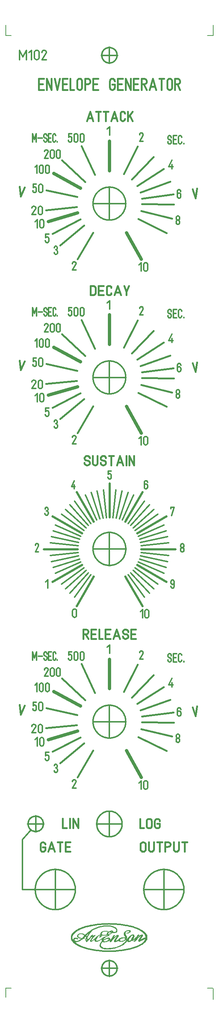
<source format=gbr>
G04 CAM350/DFMSTREAM V12.1 (Build 1022) Date:  Sat Oct 02 13:57:37 2021 *
G04 Database: D:\Mes documents\Projects\Modular Synth\M102 Envelope Generator\Front panel design\CAM350\M102.cam *
G04 Layer 14: M102frontpanel.gbr *
%FSLAX23Y23*%
%MOIN*%
%SFA1.000B1.000*%

%MIA0B0*%
%IPPOS*%
%ADD10C,0.00551*%
%ADD11C,0.00787*%
%ADD12C,0.01024*%
%ADD13C,0.01102*%
%ADD14C,0.01181*%
%ADD15C,0.01260*%
%ADD16C,0.01339*%
%ADD17C,0.01417*%
%ADD18C,0.01496*%
%ADD19C,0.01575*%
%ADD70C,0.01654*%
%ADD71C,0.01890*%
%ADD20C,0.02992*%
%LNM102frontpanel.gbr*%
%LPD*%
G54D10*
X961Y604D02*
G01X966Y609D01*
X969Y610*
X971Y611*
X974Y612*
X979*
X981Y610*
X975Y611*
X974Y610*
X971*
X969Y608*
X967Y607*
X966Y604*
X969Y602*
X972Y601*
X978Y600*
X888Y577D02*
G01X894D01*
X896Y574*
X901Y573*
X906*
X911*
X917*
X922*
X927Y574*
X931Y575*
X935Y577*
X940Y576*
X933Y574*
X925Y573*
X919Y572*
X913Y571*
X906*
X893*
X943Y576D02*
G01X947Y579D01*
X950Y580*
X954Y581*
X960Y583*
X966Y585*
X969Y586*
X974Y589*
X977Y591*
X978Y592*
X979Y595*
X989Y599*
X986Y596*
X980Y593*
X975Y589*
X970Y587*
X964Y584*
X959Y581*
X951Y579*
X798Y570D02*
G01X801Y575D01*
X804Y577*
X806*
X818Y568D02*
G01X821Y570D01*
X828Y573*
X824Y569*
X896Y542D02*
G01X894Y536D01*
X893Y532*
X892Y527*
Y523*
Y521*
X894Y517*
X897Y514*
X901*
X904Y512*
X907Y511*
X910Y510*
X919Y511*
X923Y512*
X929Y514*
X939Y517*
X947Y519*
X957Y524*
X968Y529*
X979Y536*
X976Y534*
X962Y528*
X963Y531*
Y537*
X964Y541*
X963Y544*
X960Y546*
X958Y547*
X951Y548*
X947Y547*
X941Y545*
X933Y542*
X923Y537*
X915Y533*
X907Y528*
X903Y526*
X902Y530*
X903Y533*
X904Y538*
X907Y541*
X909Y545*
X915Y550*
X919Y553*
X922Y556*
X927Y559*
X905Y547D02*
G01X899Y537D01*
X897Y528*
X898Y520*
X902Y523*
X901Y524*
X902Y523*
X904Y526*
X900Y522D02*
G01X904Y526D01*
X913Y531*
X922Y535*
X929Y540*
X932Y541*
X937Y543*
X942Y544*
X947*
X951Y543*
X954Y541*
X955Y537*
Y533*
X953Y530*
X952Y526*
X949Y525*
X946Y522*
X943Y519*
X938Y517*
X932Y515*
X927Y514*
X919Y513*
X913Y514*
X910Y515*
X907Y516*
X906Y517*
X904Y520*
X901Y517*
X953Y545D02*
G01X960Y541D01*
X959Y533*
X958Y526*
X978Y532D02*
G01Y537D01*
X998Y568*
X999Y569*
X1004Y570*
X1002*
X1006Y572*
X1009*
X1010*
X1000Y557*
X994Y544*
X998Y545*
X1002Y548*
X1003Y549*
X1011Y557*
X1018Y562*
X1022Y565*
X1026Y569*
X1030Y570*
X1033Y572*
X1034Y573*
X1038*
X1041Y570*
Y569*
Y564*
X1037Y556*
X1019Y528*
X1018Y525*
X1017Y522*
X1020Y520*
X1022Y519*
X1026Y520*
X1030Y522*
X1036Y526*
X1041Y528*
X1045Y530*
X1046Y533*
X1047Y534*
X1049Y538*
X1054Y541*
X1059Y544*
X1064Y545*
X1069Y548*
X1074Y549*
X1081*
X1088*
X1094*
X1099*
X1103*
X1108Y546*
X1116Y538*
X1122Y528*
X974Y530D02*
G01X970Y525D01*
X965Y513*
X972Y514*
X978Y520*
X986Y530*
X998Y542*
X1010Y553*
X1019Y561*
X1025Y565*
X1030*
X1032*
X1030Y558*
X1011Y531*
X1007Y524*
X1006Y521*
Y516*
Y514*
X1009Y513*
X1010Y512*
X1016*
X1019Y514*
X1032Y520*
X1041Y524*
X1045Y525*
X1047Y522*
X1048Y521*
X1049Y519*
X1054Y517*
X1057Y516*
X1061Y515*
X1074*
X1081Y517*
X1088Y518*
X1096Y522*
X1102Y526*
X1109Y532*
X1112Y534*
X1109Y541*
Y543*
X1107Y544*
X1103Y546*
X1098Y548*
X1094Y549*
X1089*
X1081Y547*
X1073Y546*
X1068Y544*
X1064Y542*
X1061Y539*
X1057Y535*
X1056Y532*
X1054Y529*
X1055Y525*
X1057Y521*
X1060Y518*
X1064Y517*
X1068*
X1077*
X1083Y518*
X1089Y520*
X1094Y524*
X1100Y528*
X1104Y531*
X1107Y534*
X1108Y537*
X1110Y541*
X1057Y540D02*
G01X1052Y533D01*
X1046Y528*
X1050Y529*
X1053Y522*
X1020Y516D02*
G01X1014Y517D01*
X1010Y518*
X1013Y522*
X1026Y545*
X1037Y566*
X1033Y568*
X1003Y569D02*
G01X971Y518D01*
X994Y544*
X896Y523D02*
G01X892Y518D01*
X884Y507*
X879Y498*
X875Y490*
X873Y484*
Y474*
X875Y469*
X877Y467*
X880Y462*
X886Y458*
X893Y454*
X898Y452*
X907Y450*
X905Y451D02*
G01X907Y450D01*
X916Y447*
X923*
X961*
X986Y448*
X996Y451*
X1009Y454*
X1020Y458*
X1015Y455D02*
G01X1025Y459D01*
X1041Y466*
X1054Y470*
X1066Y476*
X1081Y483*
X1091Y490*
X1100Y498*
X1107Y504*
X1112Y509*
X1116Y514*
X1118Y518*
X1121Y524*
X1115Y532*
Y527*
X1112Y520*
X1109Y514*
X1103Y507*
X1097Y501*
X1086Y491*
X1075Y484*
X1065Y478*
X1056Y474*
X1043Y469*
X1031Y464*
X1018Y460*
X1003Y456*
X994Y455*
X985Y452*
X973Y451*
X963*
X942Y450*
X933*
X923Y451*
X915*
X907Y454*
X900Y457*
X895Y459*
X891Y461*
X888Y464*
X884Y467*
X882Y470*
X880Y472*
Y476*
X879Y480*
Y485*
X880Y490*
X882Y495*
X884Y501*
X888Y506*
X892Y511*
X896Y516*
X874Y481D02*
G01X880Y468D01*
X888Y459*
X1108Y506D02*
G01X1120Y526D01*
X1109Y543D02*
G01X1110Y548D01*
X1111Y550*
X1110Y553*
X1109Y556*
X1100Y570*
X1097Y575*
X1096Y579*
X1095Y582*
Y588*
X1096Y593*
X1098Y596*
X1102Y601*
X1106Y605*
X1112Y609*
X1118Y612*
X1123Y614*
X1128Y616*
X1132*
X1145*
X1149*
X1152Y613*
X1153Y611*
X1152Y607*
X1151Y602*
X1147Y598*
X1140Y595*
X1134Y594*
X1128Y593*
X1125*
X1120*
X1121*
X1126*
X1128Y594*
X1136Y596*
X1141Y599*
X1143Y600*
X1144Y604*
X1145Y606*
Y608*
X1144Y611*
X1143Y612*
X1142Y613*
X1140Y614*
X1136Y615*
X1132*
X1128Y614*
X1126*
X1121Y612*
X1116Y610*
X1113Y608*
X1109Y604*
X1106Y600*
X1104Y596*
Y590*
X1105Y586*
X1107Y581*
X1117Y564*
X1120Y559*
Y553*
Y548*
X1119Y545*
X1116Y541*
X1113Y542*
X1117Y557*
X1114*
X1112Y565*
X1109*
X1103Y577*
X1100Y585*
Y596*
X1108Y605*
X1116Y611*
X1124Y614*
X1132Y616*
X1144*
X1149Y612*
X1148Y604*
X1124Y528D02*
G01Y532D01*
X1125*
X1127Y535*
X1128Y541*
X1131Y545*
X1136Y552*
X1141Y557*
X1146Y561*
X1151Y565*
X1156Y569*
X1161Y572*
X1167Y575*
X1171Y576*
X1177*
X1182Y575*
X1184Y573*
X1187Y570*
Y565*
X1188Y561*
X1187Y556*
X1183Y549*
X1181Y545*
X1178Y540*
X1175Y536*
X1172Y533*
X1173Y532*
X1161Y523*
X1156Y520*
X1151Y517*
X1145Y516*
X1141Y514*
X1135*
X1132Y515*
X1128Y517*
X1126Y519*
X1124Y522*
X1136Y526*
Y529*
Y533*
X1139Y537*
X1140Y542*
X1144Y548*
X1148Y553*
X1151Y557*
X1154Y561*
X1157Y565*
X1160Y567*
X1163Y570*
X1167Y572*
X1171Y573*
X1173*
X1177Y572*
X1179Y569*
X1180Y565*
Y561*
X1179Y558*
X1173Y553*
X1169Y547*
X1167Y541*
X1164Y537*
X1163Y532*
X1162Y530*
X1159Y526*
X1155Y523*
X1151Y520*
X1147Y518*
X1144*
X1140*
Y519*
X1137Y521*
X1136Y525*
X1130Y521*
X1135Y518*
X1128Y526*
X1130Y530*
X1136Y545*
X1148Y559*
X1161Y571*
X1170Y574*
X1178*
X1183Y565*
X1182Y553*
X1163Y529*
X1179Y553*
X1250Y612D02*
G01X1265Y603D01*
X1277Y593*
X1284Y583*
X1289Y577*
X1293Y567*
X1297Y557*
X1292Y539*
Y532*
X1270Y498D02*
G01X1279Y513D01*
X1285Y522*
X1289Y526*
Y530*
X1293Y536*
X1281Y600D02*
G01X1285Y597D01*
X1295Y587*
X1300Y578*
X1305Y571*
X1306Y564*
X1307Y556*
Y543*
Y539*
X1305Y532*
X1300Y525*
X1296Y518*
X1289Y510*
X1162Y528D02*
G01X1166Y525D01*
X1171Y523*
X1173*
X1177Y526*
X1181Y528*
X1195Y539*
X1199Y537*
X1200Y535*
X1199Y534*
Y533*
X1187Y516*
X1196Y518*
X1198*
X1203Y526*
X1211Y534*
X1220Y545*
X1226Y551*
X1234Y558*
X1240Y563*
X1245Y566*
X1249Y569*
X1254Y568*
X1252Y562*
X1249Y557*
X1229Y527*
X1228Y523*
Y519*
X1229Y518*
X1232Y516*
X1234Y515*
X1238Y516*
X1242Y518*
X1292Y544*
X1299Y555*
X1295Y553*
X1240Y525*
X1242Y532*
X1262Y561*
X1264Y567*
X1265Y571*
X1264Y574*
X1262Y576*
X1258*
X1253Y574*
X1247Y571*
X1238Y565*
X1224Y551*
X1219Y546*
X1220Y555*
Y558*
X1232Y574*
Y575*
X1227*
X1222Y573*
X1220Y570*
X1214Y560*
X1196Y543*
X1186Y533*
X1180Y530*
X1179*
X1175*
X1170Y526*
X1176Y527*
X1183Y532*
X1192Y537*
X1203Y543*
X1201Y533*
X1195Y522*
X1218Y547*
X1204Y538*
X1219Y554*
X1203Y544*
X1219Y560*
X1226Y571*
X1212Y546*
X1222Y550*
X1226Y552*
X1231Y557*
X1239Y564*
X1247Y569*
X1257Y573*
X1262Y572*
X1231Y522*
X1237Y523*
X1234Y519*
X1292Y548*
X1234Y518*
X1236Y528*
X1258Y569*
X1101Y575D02*
G01X1108Y561D01*
X1116Y559*
Y554D02*
G01X1111Y568D01*
X1104Y580*
X1096Y583*
X1105Y572*
X1116Y544*
X1112Y534*
X1120Y528*
X1128Y525*
X1133Y543*
X896Y530D02*
G01X897Y519D01*
X906Y514*
G54D11*
X1912Y8848D02*
G01X1862D01*
X1915Y84D02*
G01X1914Y-16D01*
X1916Y8850D02*
G01X1915Y8947D01*
X904Y4124D02*
G01X1020D01*
X962Y4183D02*
G01Y4066D01*
X1912Y85D02*
G01X1862D01*
X54D02*
G01X4D01*
X5Y8850D02*
G01X4Y8947D01*
X5Y89D02*
G01X4Y4D01*
X737Y570D02*
G01X734Y573D01*
X729Y577*
X724Y580*
X721Y581*
X715Y583*
X711Y585*
X704Y586*
X699Y587*
X692*
X685Y585*
X680Y584*
X676Y582*
X672Y579*
X669Y574*
X667Y570*
X666Y566*
Y564*
X667Y560*
X666Y561*
X668Y558*
X671Y554*
X668Y558*
X670Y556*
X672Y553*
X675Y551*
X679Y549*
X682*
X686Y547*
X687Y546*
X692Y545*
X699Y544*
X713*
X728*
X730Y545*
X701Y544*
X692Y545*
X686Y548*
X680Y550*
X675Y553*
X674Y555*
X672Y557*
X671Y558*
Y560*
X670Y563*
Y566*
Y569*
X671Y572*
X672Y576*
X675Y578*
X679Y581*
X683Y584*
X690Y585*
X696*
X705*
X713Y583*
X718Y581*
X721Y579*
X727Y575*
X730Y573*
X734Y571*
X729Y565*
X714Y550*
X708Y545*
X724Y558D02*
G01X736Y573D01*
X742Y580*
X749Y586*
X754Y590*
X757Y593*
X734Y570D02*
G01X739Y565D01*
X746Y560*
X751Y553*
X747Y549*
X745Y543*
X743Y540*
X742Y535*
Y530*
Y526*
X744Y522*
X746Y518*
X748Y516*
X749Y514*
X751Y515*
X754Y516*
X760Y522*
X771Y533*
X776Y540*
X781Y546*
X790Y557*
X791Y559*
X790Y558*
X807Y560*
X806Y555*
X805Y552*
X800Y545*
X795Y540*
X791Y534*
X788Y530*
X785Y526*
X784Y522*
Y519*
X785Y518*
X787Y516*
X789Y515*
X794Y516*
X800Y519*
X806Y523*
X813Y529*
X821Y535*
X829Y544*
X838Y551*
X844Y559*
X848Y563*
X854Y566*
X859Y569*
X863Y571*
X867Y573*
X869Y574*
X876*
X885*
X736Y573D02*
G01X741Y568D01*
X755Y551*
X748Y543*
X746Y539*
X744Y535*
X743Y530*
X744Y526*
X745Y522*
X747Y519*
X752Y520*
X753Y522*
Y524*
X754Y526*
X756Y530*
Y531*
X757Y534*
Y537*
Y547*
Y545*
Y541*
X758Y536*
Y529*
X762Y530*
X763Y531*
X766Y532*
X770Y535*
X776Y542*
X782Y549*
X787Y557*
X790Y561*
X793Y565*
X797Y569*
X799Y572*
X802Y574*
X800Y569*
X803Y566*
X805Y565*
X806*
X810Y566*
X813Y567*
X818Y568*
X821Y569*
X824Y570*
X806Y548*
X797Y533*
X793Y529*
Y526*
Y522*
X795Y520*
X797*
X798Y519*
X792Y517*
X788Y522*
X750Y553D02*
G01X753Y559D01*
X758Y567*
X765Y577*
X770Y586*
X776Y593*
X780Y599*
X782Y603*
X791Y607*
X785Y598*
X780Y591*
X773Y582*
X766Y573*
X762Y565*
X754Y554*
X785Y602D02*
G01X791Y608D01*
X795Y612*
X798Y615*
X803Y619*
X807Y621*
X810Y624*
X813Y625*
X815Y627*
X819Y629*
X823Y632*
X826Y633*
X830Y636*
X833*
X839Y639*
X635Y520D02*
G01Y527D01*
X633Y530*
Y532*
X634Y533*
X636Y536*
Y537*
X638Y539*
X640Y541*
X643Y542*
X648Y544*
X652*
X826Y539D02*
G01Y532D01*
Y524*
X827Y522*
X828Y519*
X830Y518*
X833Y516*
X836Y515*
X839*
X842*
X848Y516*
X853Y518*
X859Y521*
X865Y524*
X873Y530*
X880Y533*
X884Y537*
X891Y541*
X899Y545*
X909Y552*
X915Y555*
X919Y557*
X924Y559*
X929Y561*
X935Y563*
X940Y565*
X945Y566*
X950Y569*
X954*
X959*
X960Y570*
X956*
X952Y572*
X948Y576*
X946Y578*
X945Y580*
X944Y582*
Y585*
X945Y588*
X946Y591*
X947Y594*
X949Y596*
X951Y599*
X957Y604*
X962Y607*
X966Y608*
X865Y572D02*
G01X860Y569D01*
X856Y565*
X852Y560*
X847Y554*
X844Y550*
X841Y544*
X839Y539*
X837Y534*
X836Y530*
Y526*
X837Y523*
X838Y520*
X840Y519*
X843Y518*
X846*
X848*
X852*
X854*
X841Y549D02*
G01X832Y538D01*
X831Y532*
X833Y521*
X796Y562D02*
G01X813Y563D01*
X870Y556D02*
G01X868D01*
X873Y559*
X875Y561*
X877Y564*
Y567*
Y570*
X876Y572*
X875Y573*
X872*
X870Y556D02*
G01Y555D01*
X875Y556*
X878Y558*
X880Y561*
X884Y563*
Y565*
Y568*
X888Y571*
X892Y573*
Y572*
X881Y577*
X880*
Y587*
X881Y590*
X882Y593*
X884Y595*
X886Y598*
X889Y601*
X892Y604*
X896Y605*
X901Y607*
X906Y608*
X910Y610*
X916*
X923*
X928Y609*
X932Y608*
X939*
X944Y606*
X949Y604*
X952*
X956*
X893Y573D02*
G01X892Y576D01*
X889Y577*
X888Y580*
Y581*
X887Y584*
Y585*
Y589*
X888Y592*
Y594*
X889Y596*
X891Y598*
X892Y600*
X895Y603*
X898Y605*
X901Y607*
X953Y602D02*
G01X947Y599D01*
X943Y596*
X942Y594*
X940Y591*
X939Y589*
X938Y585*
Y581*
Y577*
X939*
X946Y572*
X963Y606D02*
G01X966Y608D01*
X959Y603*
X960Y602*
X967Y601*
X973Y600*
X979Y599*
X990Y600*
X986D02*
G01Y604D01*
Y606*
X985Y608*
X984Y610*
X982Y611*
X979Y612*
X985Y611*
X989Y610*
X990Y608*
X991*
Y604*
X54Y8848D02*
G01X4D01*
G54D12*
X624Y515D02*
G01X627Y526D01*
X628Y531*
X629Y533*
X631Y537*
X632Y541*
X635Y543*
X637Y544*
X640Y545*
X642*
X659Y515D02*
G01X670Y519D01*
X679Y523*
X685Y527*
X693Y532*
X702Y537*
X715Y549*
X745Y579*
X754Y589*
X766Y599*
X774Y605*
X785Y614*
X798Y622*
X811Y628*
X828Y636*
X844Y643*
X860Y648*
X878Y653*
X895Y657*
X908Y658*
X919Y659*
X955*
X967Y658*
X974Y657*
X990Y652*
X1003Y647*
X1014Y640*
X1020Y634*
X1024Y628*
X1026Y620*
Y613*
Y608*
X1023Y604*
X1018Y601*
X1010Y599*
X999Y598*
X990*
X1012Y641D02*
G01X1018Y636D01*
X1021Y632*
X1024Y627*
X1026Y620*
Y614*
X1024Y609*
X1022Y605*
X1020Y604*
X1017Y602*
X782Y443D02*
G01X744Y455D01*
X712Y467*
X697Y471*
X684Y478*
X671Y484*
X664Y488*
X657Y493*
X653Y496*
X648Y500*
X645Y503*
X644Y505*
X640Y514*
X704Y539D02*
G01X719Y550D01*
X724Y556*
X731Y563*
X740Y573*
X747Y581*
X754Y587*
X758Y593*
G54D13*
X660Y516D02*
G01X659D01*
Y515*
X658*
X657*
Y515*
X656*
X655*
X654*
X653*
X652*
X651*
X650*
X649*
X648*
Y516*
X647*
X646*
Y517*
X645*
X644*
Y518*
X643*
X642*
X641*
X640*
Y519*
X639Y520*
X638Y521*
X637Y522*
X636*
X635Y523*
Y524*
X634*
Y525*
X633Y526*
X632*
Y527*
Y528*
Y529*
Y530*
Y531*
Y532*
Y532*
Y533*
Y534*
Y535*
Y536*
Y537*
X633*
X634Y538*
Y539*
X635*
Y540*
X636Y541*
X637*
X638Y542*
X639*
Y543*
X640*
Y544*
X641*
X642Y545*
X643*
X644*
X645*
X646*
X647*
X648*
X649*
X650*
X651*
X652*
X653*
X654*
X655*
X656*
X657Y544*
Y544*
X658*
Y543*
X659*
X660*
Y542*
X661*
X662*
X663Y541*
X664*
Y540*
X665Y539*
G54D14*
X1018Y8628D02*
G01X1017Y8626D01*
X1016Y8625*
X1015Y8624*
X1014Y8623*
Y8621*
X1013Y8620*
X1012*
X1011Y8619*
X1010Y8617*
X1009Y8616*
X1008*
X1007Y8615*
X1006Y8613*
X1005Y8612*
X1004*
X1002Y8611*
Y8610*
X1000Y8609*
X999Y8608*
X998*
X997Y8607*
X995Y8606*
X994Y8605*
X993Y8604*
X992*
X990*
Y8603*
X988Y8602*
X986*
Y8601*
X984*
X982Y8600*
X980*
X978Y8599*
X977*
X976*
X974Y8598*
X973*
X971*
X970Y8597*
X969*
X968*
X967Y8596*
X966*
X964*
X963*
X961*
X960*
X959*
X957*
X955*
X953Y8597*
X951*
X950*
X949*
X947Y8598*
X946*
X944*
X943Y8599*
X942*
X940*
X939Y8600*
X938*
X936*
X935Y8601*
X934*
X932Y8602*
X931*
X930Y8603*
X929Y8604*
X927*
X925Y8605*
X924Y8606*
X923Y8607*
X922Y8608*
X920*
X919Y8609*
X918Y8610*
X917Y8611*
X915Y8612*
X913Y8613*
X912Y8615*
X911Y8616*
X909Y8617*
X908Y8619*
X907Y8620*
X906Y8621*
X905Y8623*
X904Y8624*
Y8625*
X903Y8626*
X902Y8628*
X901*
X900Y8630*
Y8631*
X899Y8632*
X898Y8633*
X897Y8635*
Y8636*
X896Y8637*
Y8638*
X895Y8640*
Y8641*
X894Y8642*
Y8644*
X893*
X892Y8646*
Y8648*
Y8650*
Y8652*
X891*
Y8654*
Y8656*
X890Y8657*
Y8657*
Y8659*
Y8660*
X889Y8662*
Y8663*
Y8664*
Y8666*
Y8667*
Y8668*
Y8670*
Y8671*
Y8673*
X890Y8674*
Y8675*
Y8677*
Y8679*
X891*
Y8681*
Y8683*
X892Y8684*
Y8685*
Y8687*
Y8688*
Y8690*
X893Y8691*
X894Y8692*
Y8694*
X895Y8695*
Y8696*
X896Y8698*
Y8699*
X897Y8700*
Y8701*
X898Y8703*
X899*
X900Y8705*
Y8706*
X901Y8707*
X902Y8708*
X903Y8710*
X904Y8711*
Y8712*
X905Y8713*
X906Y8715*
X907*
Y8716*
X908Y8717*
X909Y8719*
X911*
Y8719*
X912Y8720*
X913Y8722*
X915*
Y8723*
X917Y8724*
X918Y8725*
X919Y8726*
X920*
X922Y8727*
X923Y8728*
X924Y8729*
X925*
X927Y8730*
X929Y8731*
X930*
X931Y8732*
X933Y8733*
X934*
X935Y8734*
X936*
X938*
X939Y8735*
X940*
X942Y8736*
X943*
X944Y8737*
X946*
X947*
X949Y8738*
X950*
X951*
X953*
X955*
X957*
X959*
X960*
X961*
X963*
X964*
X966*
X967*
X968*
X969*
X970*
X971Y8737*
X973*
X974*
X976Y8736*
X977*
X978Y8735*
X980*
X982Y8734*
X984*
X986Y8733*
X988Y8732*
X990Y8731*
X992Y8730*
X993*
X994Y8729*
X995*
X997Y8728*
X998Y8727*
X999Y8726*
X1000*
X1002Y8725*
Y8724*
X1004Y8723*
X1005Y8722*
X1006*
X1007Y8720*
X1008Y8719*
X1009*
X1010*
X1011Y8717*
X1012Y8716*
X1013Y8715*
X1014*
Y8713*
X1015Y8712*
X1016Y8711*
X1017Y8710*
X1018Y8708*
Y8707*
X1019Y8706*
X1020Y8705*
X1021Y8703*
X1022*
Y8701*
Y8700*
X1023Y8699*
X1024Y8698*
X1025Y8696*
X1026Y8695*
Y8694*
Y8692*
Y8691*
X1027Y8690*
X1028Y8688*
Y8687*
X1029Y8685*
Y8684*
X1030Y8683*
Y8681*
Y8679*
Y8677*
Y8675*
Y8674*
Y8673*
Y8671*
Y8670*
Y8668*
Y8667*
Y8666*
Y8664*
Y8663*
Y8662*
Y8660*
Y8659*
Y8657*
Y8657*
Y8656*
Y8654*
Y8652*
X1029*
Y8650*
X1028Y8648*
X1027Y8646*
X1026Y8644*
Y8642*
X1025Y8640*
X1024Y8638*
X1023Y8637*
X1022Y8636*
Y8635*
Y8633*
X1021Y8632*
X1020Y8631*
X1019Y8630*
X1018Y8628*
X1085Y2454D02*
G01X1084Y2451D01*
X1082Y2449*
X1080Y2447*
X1078Y2444*
X1077Y2442*
X1074Y2439*
X1073Y2437*
X1070Y2435*
X1069Y2432*
X1066Y2431*
X1065Y2428*
X1062Y2427*
X1060Y2424*
X1057Y2423*
X1055Y2420*
X1053Y2419*
X1050Y2417*
X1048Y2415*
X1045Y2413*
X1043Y2411*
X1041Y2410*
X1038Y2408*
X1036Y2407*
X1033Y2406*
X1031Y2404*
X1029Y2403*
X1026Y2401*
X1023Y2400*
X1021Y2399*
X1018Y2398*
X1015Y2396*
X1012*
X1010Y2395*
X1006Y2394*
X1004Y2392*
X1001*
X998Y2391*
X995*
X992Y2390*
X989Y2389*
X986Y2388*
X983*
X980*
X977Y2387*
X974*
X971*
X969Y2386*
X966*
X963*
X960*
X957*
X954*
X951*
X948Y2387*
X945*
X942*
X939Y2388*
X936*
X933*
X930Y2389*
X927Y2390*
X924Y2391*
X921*
X918Y2392*
X915*
X912Y2394*
X910Y2395*
X907Y2396*
X905*
X902Y2398*
X900Y2399*
X896Y2400*
X894Y2401*
X892Y2403*
X888Y2404*
X886Y2406*
X884Y2407*
X880Y2408*
X878Y2410*
X876Y2411*
X873Y2413*
X871Y2415*
X868Y2417*
X866Y2419*
X864Y2420*
X861Y2423*
X859Y2424*
X857Y2427*
X855Y2428*
X852Y2431*
X851Y2432*
X848Y2435*
X847Y2437*
X844Y2439*
Y2442*
X841Y2444*
X840Y2447*
X837Y2449*
X836Y2451*
X834Y2454*
X833Y2456*
X831Y2459*
X829Y2461*
X828Y2464*
X826Y2467*
X825Y2469*
X824Y2471*
X822Y2474*
X821Y2476*
X820Y2479*
X819Y2482*
X818Y2485*
X817Y2487*
X816Y2490*
X815Y2493*
X814Y2496*
X813Y2499*
Y2502*
Y2505*
X812Y2508*
X811Y2511*
Y2514*
X810Y2517*
X809Y2520*
Y2523*
Y2526*
Y2529*
Y2532*
Y2534*
Y2537*
Y2540*
Y2543*
Y2546*
Y2549*
Y2552*
Y2555*
X810Y2558*
X811Y2561*
Y2564*
X812Y2567*
X813Y2570*
Y2573*
Y2576*
X814Y2579*
X815Y2581*
X816Y2585*
X817Y2587*
X818Y2590*
X819Y2593*
X821Y2595*
Y2597*
X822Y2600*
X824Y2603*
X825Y2605*
X826Y2608*
X828Y2611*
X829Y2613*
X831Y2616*
X833Y2619*
X834Y2621*
X836Y2624*
X837Y2626*
X840Y2628*
X841Y2631*
X844Y2633*
Y2636*
X847Y2638*
X848Y2640*
X851Y2643*
X852Y2644*
X855Y2647*
X857Y2648*
X859Y2651*
X861Y2652*
X864Y2655*
X866Y2656*
X868Y2657*
X871Y2659*
X873Y2661*
X876Y2663*
X878Y2664*
X880Y2666*
X884Y2667*
X886Y2669*
X888Y2671*
X892*
X894Y2673*
X896Y2675*
X900*
X902Y2677*
X905Y2678*
X907Y2679*
X910Y2680*
X912Y2681*
X915Y2682*
X918Y2683*
X921*
X924Y2684*
X927Y2685*
X930Y2686*
X933Y2687*
X936*
X939*
X942*
X945Y2688*
X948*
X951*
X954*
X957*
X960Y2689*
X963Y2688*
X966*
X969*
X971*
X974*
X977Y2687*
X980*
X983*
X986*
X989Y2686*
X992Y2685*
X995Y2684*
X998Y2683*
X1001*
X1004Y2682*
X1006Y2681*
X1010Y2680*
X1012Y2679*
X1015Y2678*
X1018Y2677*
X1021Y2675*
X1023*
X1026Y2673*
X1029Y2671*
X1031*
X1033Y2669*
X1036Y2667*
X1038Y2666*
X1041Y2664*
X1043Y2663*
X1045Y2661*
X1048Y2659*
X1050Y2657*
X1053Y2656*
X1055Y2655*
X1057Y2652*
X1060Y2651*
X1062Y2648*
X1065Y2647*
X1066Y2644*
X1069Y2643*
X1070Y2640*
X1073Y2638*
X1074Y2636*
X1077Y2633*
X1078Y2631*
X1080Y2628*
X1082Y2626*
X1084Y2624*
X1085Y2621*
X1087Y2619*
X1089Y2616*
X1090Y2613*
X1092Y2611*
X1093Y2608*
X1094Y2605*
X1095Y2603*
X1096Y2600*
X1097Y2597*
X1099Y2595*
X1100Y2593*
X1101Y2590*
X1102Y2587*
X1103Y2585*
X1104Y2581*
Y2579*
X1105Y2576*
X1106Y2573*
X1107Y2570*
X1108Y2567*
Y2564*
Y2561*
X1109Y2558*
Y2555*
X1110Y2552*
Y2549*
Y2546*
Y2543*
Y2540*
Y2537*
Y2534*
Y2532*
Y2529*
Y2526*
Y2523*
X1109Y2520*
Y2517*
X1108Y2514*
Y2511*
Y2508*
X1107Y2505*
X1106Y2502*
X1105Y2499*
X1104Y2496*
Y2493*
X1103Y2490*
X1102Y2487*
X1101Y2485*
X1100Y2482*
X1099Y2479*
X1097Y2476*
X1096Y2474*
X1095Y2471*
X1094Y2469*
X1093Y2467*
X1092Y2464*
X1090Y2461*
X1089Y2459*
X1087Y2456*
X1085Y2454*
X809Y2537D02*
G01X1111D01*
X960Y2689D02*
G01Y2386D01*
X341Y1558D02*
G01X340Y1557D01*
X339Y1556*
X338Y1555*
X337Y1553*
X336Y1551*
X334Y1550*
X333Y1549*
X332Y1547*
X330Y1546*
X329Y1545*
X328Y1543*
X326Y1542*
X325Y1541*
X324*
X323Y1540*
X321Y1539*
Y1538*
X319Y1537*
X318*
X317Y1536*
X316Y1535*
X314Y1534*
X313*
X312Y1533*
X311*
X309Y1532*
X308*
X307*
X305Y1531*
X304*
X303Y1530*
X301*
X300*
X298Y1529*
X297*
X296Y1528*
X294*
X293*
X292Y1527*
X290*
X289*
X287*
X286*
X285*
X283*
X282*
X280*
X278*
X277*
X276*
X274*
X273*
X271*
X270*
X269Y1528*
X267*
X266*
X265Y1529*
X263*
X262Y1530*
X261*
X259*
X258Y1531*
X257*
X255Y1532*
X254*
X253*
X251Y1533*
X250*
X249Y1534*
X248*
X246Y1535*
Y1536*
X244Y1537*
X243*
X242Y1538*
X241Y1539*
X239Y1540*
X238Y1541*
X237*
X236Y1542*
X234Y1543*
Y1545*
X233*
X232Y1546*
X230Y1547*
Y1549*
X229*
X228Y1550*
X226Y1551*
Y1553*
X225*
X224Y1555*
X223Y1556*
X222Y1557*
Y1558*
X221Y1559*
X220Y1561*
X219*
Y1563*
Y1564*
Y1565*
X218Y1566*
X217Y1568*
X216Y1569*
Y1570*
X215Y1572*
Y1573*
Y1574*
X214Y1576*
Y1577*
X213Y1578*
Y1580*
Y1581*
X212Y1582*
Y1584*
Y1585*
X211Y1586*
Y1588*
Y1589*
Y1591*
Y1592*
Y1593*
Y1594*
Y1596*
Y1598*
Y1600*
Y1601*
Y1602*
Y1604*
Y1605*
Y1607*
Y1608*
X212Y1609*
Y1611*
Y1612*
X213Y1613*
Y1615*
Y1616*
X214Y1617*
Y1619*
X215Y1620*
Y1621*
Y1623*
X216Y1624*
Y1625*
X217Y1627*
X218Y1628*
X219Y1629*
Y1630*
Y1632*
Y1632*
X220Y1634*
X221Y1635*
X222Y1636*
Y1637*
X223Y1639*
X224Y1640*
X225Y1641*
X226Y1642*
Y1644*
X228*
X229Y1645*
X230Y1646*
Y1648*
X232*
X233Y1649*
X234Y1650*
Y1652*
X236*
X237Y1653*
X238Y1654*
X239Y1655*
X241Y1656*
X242*
X243Y1657*
X244*
X246Y1658*
Y1659*
X248*
X249*
X250Y1660*
X251Y1661*
X253Y1662*
X254*
X255Y1663*
X257*
X258*
X259Y1664*
X261Y1665*
X262*
X263Y1666*
X265*
X266Y1667*
X267*
X269*
X270*
X271*
X273*
X274*
X276*
X277*
X278*
X280*
X282Y1668*
Y1667*
X283*
X285*
X286*
X287*
X289*
X290*
X292*
X293*
X294*
X296*
X297Y1666*
X298*
X300Y1665*
X301*
X303Y1664*
X304Y1663*
X305*
X307*
X308Y1662*
X309*
X311Y1661*
X312Y1660*
X313Y1659*
X314*
X316*
X317Y1658*
X318Y1657*
X319*
X321Y1656*
X323Y1655*
X324Y1654*
X325Y1653*
X326Y1652*
X328*
X329Y1650*
Y1649*
X330Y1648*
X332*
X333Y1646*
Y1645*
X334Y1644*
X336*
X337Y1642*
Y1641*
X338Y1640*
X339Y1639*
X340Y1637*
X341Y1636*
Y1635*
X342Y1634*
X343Y1632*
X344*
Y1630*
Y1629*
Y1628*
X345Y1627*
X346Y1625*
Y1624*
X347Y1623*
Y1621*
X348Y1620*
Y1619*
Y1617*
X349Y1616*
Y1615*
Y1613*
X350Y1612*
Y1611*
Y1609*
X351Y1608*
Y1607*
Y1605*
X352Y1604*
Y1602*
Y1601*
Y1600*
Y1598*
Y1596*
Y1594*
Y1593*
Y1592*
X351Y1591*
Y1589*
Y1588*
Y1586*
X350Y1585*
Y1584*
Y1582*
X349Y1581*
Y1580*
Y1578*
X348Y1577*
Y1576*
Y1574*
X347Y1573*
Y1572*
X346Y1570*
Y1569*
X345Y1568*
X344Y1566*
Y1565*
Y1564*
Y1563*
X343Y1561*
X342*
X341Y1559*
Y1558*
X207Y1597D02*
G01X356Y1596D01*
X207Y1597*
X282Y1672D02*
G01Y1522D01*
X885Y8667D02*
G01X1034D01*
X885*
X960Y8742D02*
G01Y8593D01*
X1018Y228D02*
G01Y227D01*
X1017Y226*
X1016Y225*
X1015Y223*
X1014Y222*
Y221*
X1013Y220*
X1012Y219*
X1011*
X1010Y218*
X1009Y217*
X1008Y216*
X1007Y215*
X1006Y214*
X1005Y213*
X1004Y212*
X1002Y211*
X1000Y210*
X999Y209*
X998Y208*
X997Y207*
X995*
X994Y206*
X993Y205*
X992*
X990Y204*
Y203*
X988*
X986*
Y202*
X984*
X982Y201*
Y200*
X980*
X978Y199*
X977*
X976*
X974*
X973*
X971*
X970Y198*
X969*
X968*
X967*
X966Y197*
X964*
X963*
X961*
X960*
X959*
X957*
X955*
X953Y198*
X951*
X950*
X949*
X947Y199*
X946*
X944*
X943*
X942*
X940*
X939Y200*
X938*
X936Y201*
X935Y202*
X934*
X932Y203*
X931*
X930*
X929Y204*
X927Y205*
X925Y206*
X924Y207*
X923*
X922Y208*
X920Y209*
X919Y210*
X918Y211*
X917*
X915Y212*
Y213*
X913Y214*
X912Y215*
X911Y216*
Y217*
X909Y218*
X908Y219*
X907*
Y220*
X906Y221*
X905Y222*
X904Y223*
Y225*
X903Y226*
X902Y227*
X901Y228*
X900Y230*
X899Y232*
X898Y233*
X897Y234*
Y235*
X896Y237*
Y238*
X895Y239*
Y241*
X894Y242*
Y243*
X893Y244*
X892Y246*
Y247*
Y248*
Y250*
Y251*
X891Y252*
Y254*
Y255*
X890Y257*
Y258*
Y259*
Y261*
X889Y262*
Y263*
Y265*
Y266*
Y268*
Y269*
Y270*
Y272*
Y274*
X890*
Y276*
Y278*
Y279*
X891Y280*
Y282*
Y282*
X892Y284*
Y285*
Y286*
Y288*
Y289*
X893Y290*
X894Y292*
Y293*
X895Y294*
Y296*
X896Y297*
Y298*
X897Y300*
Y301*
X898Y302*
X899Y303*
X900Y305*
X901Y307*
X902Y308*
X903Y309*
X904Y310*
Y312*
X905Y313*
X906Y314*
X907Y315*
Y316*
X908Y317*
X909Y318*
X911Y319*
Y320*
X912Y321*
X913Y322*
X915Y323*
Y324*
X917Y325*
X918*
X919Y326*
X920Y327*
X922Y328*
X923Y329*
X924*
X925*
X927Y330*
Y331*
X929Y332*
X930*
X931Y333*
X933*
X934*
X935Y334*
X936Y335*
X938*
X939Y336*
X940*
X942Y337*
X943*
X944*
X946*
X947*
X949Y338*
X950*
X951*
X953*
X955*
X957*
X959*
X960*
X961*
X963*
X964*
X966*
X967*
X968*
X969*
X970*
X971Y337*
X973*
X974*
X976*
X977*
X978Y336*
X980*
X982Y335*
X984Y334*
X986Y333*
X988*
X990Y332*
X992Y331*
X993Y330*
X994Y329*
X995*
X997*
X998Y328*
X999Y327*
X1000Y326*
X1002Y325*
X1004Y324*
X1005Y323*
X1006Y322*
X1007Y321*
X1008Y320*
X1009Y319*
X1010Y318*
X1011Y317*
X1012Y316*
X1013Y315*
X1014Y314*
Y313*
X1015Y312*
X1016Y310*
X1017Y309*
X1018Y308*
Y307*
X1019Y305*
X1020*
X1021Y303*
X1022Y302*
Y301*
Y300*
X1023Y298*
X1024Y297*
X1025Y296*
X1026Y294*
Y293*
Y292*
Y290*
X1027Y289*
X1028Y288*
Y286*
X1029Y285*
Y284*
X1030Y282*
Y282*
Y280*
Y279*
Y278*
Y276*
Y274*
Y272*
Y270*
Y269*
Y268*
Y266*
Y265*
Y263*
Y262*
Y261*
Y259*
Y258*
Y257*
Y255*
Y254*
Y252*
X1029Y251*
Y250*
X1028Y248*
Y247*
X1027Y246*
X1026Y244*
Y243*
Y242*
X1025Y240*
Y239*
X1024Y238*
X1023Y237*
X1022Y235*
Y234*
Y233*
X1021Y232*
X1020Y230*
X1019*
X1018Y228*
X885Y268D02*
G01X1034D01*
X885*
X462Y1167D02*
G01Y818D01*
X274Y992D02*
G01X636Y993D01*
X1085Y7219D02*
G01X1084Y7217D01*
X1082Y7215*
X1080Y7212*
X1078Y7210*
X1077Y7207*
X1074Y7205*
X1073Y7203*
X1070Y7200*
X1069Y7198*
X1066Y7196*
X1065Y7194*
X1062Y7192*
X1060Y7190*
X1057Y7188*
X1055Y7186*
X1053Y7184*
X1050Y7183*
X1048Y7180*
X1045Y7179*
X1043Y7177*
X1041Y7175*
X1038Y7174*
X1036Y7172*
X1033Y7171*
X1031Y7169*
X1029Y7168*
X1026Y7167*
X1023Y7165*
X1021Y7164*
X1018Y7163*
X1015Y7162*
X1012Y7160*
X1010Y7159*
X1006*
X1004Y7158*
X1001Y7157*
X998*
X995Y7156*
X992*
X989Y7155*
X986Y7154*
X983*
X980Y7153*
X977*
X974Y7152*
X971*
X969*
X966*
X963*
X960*
X957*
X954*
X951*
X948*
X945*
X942Y7153*
X939*
X936Y7154*
X933*
X930Y7155*
X927Y7156*
X924*
X921Y7157*
X918*
X915Y7158*
X912Y7159*
X910*
X907Y7160*
X905Y7162*
X902Y7163*
X900Y7164*
X896Y7165*
X894Y7167*
X892Y7168*
X888Y7169*
X886Y7171*
X884Y7172*
X880Y7174*
X878Y7175*
X876Y7177*
X873Y7179*
X871Y7180*
X868Y7183*
X866Y7184*
X864Y7186*
X861Y7188*
X859Y7190*
X856Y7192*
X854Y7194*
X852Y7196*
X850Y7198*
X848Y7200*
X846Y7203*
X844Y7205*
X843Y7207*
X841Y7210*
X840Y7212*
X837Y7215*
X836Y7217*
X834Y7219*
X833Y7221*
X831Y7223*
X829Y7226*
X828Y7229*
X826Y7231*
X825Y7234*
X824Y7237*
X822Y7239*
X821Y7242*
X820Y7245*
X819Y7248*
X818Y7250*
X817Y7254*
X816Y7256*
X815Y7259*
X814Y7262*
X813Y7265*
Y7268*
Y7270*
X812Y7274*
X811Y7277*
Y7280*
X810Y7282*
X809Y7285*
Y7288*
Y7291*
Y7293*
Y7297*
Y7300*
Y7303*
Y7305*
Y7309*
Y7312*
Y7315*
Y7317*
Y7321*
X810Y7324*
X811Y7327*
Y7329*
X812Y7333*
X813Y7336*
Y7339*
Y7341*
X814Y7344*
X815Y7347*
X816Y7349*
X817Y7352*
X818Y7355*
X819Y7358*
X821Y7361*
Y7364*
X822Y7366*
X824Y7369*
X825Y7372*
X826Y7375*
X828Y7377*
X829Y7380*
X831Y7383*
X833Y7385*
X834Y7388*
X836Y7390*
X837Y7392*
X840Y7395*
X841Y7397*
X843Y7400*
X844Y7402*
X846Y7404*
X848Y7406*
X850Y7407*
X852Y7410*
X854Y7411*
X856Y7414*
X859Y7415*
X861Y7418*
X864Y7419*
X866Y7422*
X868Y7423*
X871Y7426*
X873Y7427*
X876Y7429*
X878Y7431*
X880Y7432*
X884Y7434*
X886Y7435*
X888Y7437*
X892Y7438*
X894Y7439*
X896Y7441*
X900Y7442*
X902Y7443*
X905Y7444*
X907Y7445*
X910Y7446*
X912Y7447*
X915Y7448*
X918Y7449*
X921Y7450*
X924*
X927Y7451*
X930*
X933Y7452*
X936*
X939Y7453*
X942Y7454*
X945*
X948*
X951Y7455*
X954*
X957*
X960*
X963*
X966*
X969*
X971Y7454*
X974*
X977*
X980Y7453*
X983Y7452*
X986*
X989Y7451*
X992*
X995Y7450*
X998*
X1001Y7449*
X1004Y7448*
X1006Y7447*
X1010Y7446*
X1012Y7445*
X1015Y7444*
X1018Y7443*
X1021Y7442*
X1023Y7441*
X1026Y7439*
X1029Y7438*
X1031Y7437*
X1033Y7435*
X1036Y7434*
X1038Y7432*
X1041Y7431*
X1043Y7429*
X1045Y7427*
X1048Y7426*
X1050Y7423*
X1053Y7422*
X1055Y7419*
X1057Y7418*
X1060Y7415*
X1062Y7414*
X1065Y7411*
X1066Y7410*
X1069Y7407*
X1070Y7406*
X1073Y7404*
X1074Y7402*
X1077Y7400*
X1078Y7397*
X1080Y7395*
X1082Y7392*
X1084Y7390*
X1085Y7388*
X1087Y7385*
X1089Y7383*
X1090Y7380*
X1092Y7377*
X1093Y7375*
X1094Y7372*
X1095Y7369*
X1096Y7366*
X1097Y7364*
X1099Y7360*
X1100Y7358*
X1101Y7355*
X1102Y7352*
X1103Y7349*
X1104Y7347*
Y7344*
X1105Y7341*
X1106Y7339*
X1107Y7336*
X1108Y7333*
Y7329*
Y7327*
X1109Y7324*
Y7321*
X1110Y7317*
Y7315*
Y7312*
Y7309*
Y7305*
Y7303*
Y7300*
Y7297*
Y7293*
Y7291*
Y7288*
X1109Y7285*
Y7282*
X1108Y7280*
Y7277*
Y7274*
X1107Y7270*
X1106Y7268*
X1105Y7265*
X1104Y7262*
Y7259*
X1103Y7256*
X1102Y7254*
X1101Y7250*
X1100Y7248*
X1099Y7245*
X1097Y7242*
X1096Y7239*
X1095Y7237*
X1094Y7234*
X1093Y7231*
X1092Y7229*
X1090Y7226*
X1089Y7223*
X1087Y7221*
X1085Y7219*
X809Y7303D02*
G01X1111D01*
X960Y7455D02*
G01Y7152D01*
X372Y1157D02*
G01X400Y1167D01*
X404*
X406Y1168*
X408Y1170*
X411Y1171*
X414*
X416Y1172*
X419Y1173*
X422*
X425Y1174*
X428Y1175*
X431*
X434*
X436Y1176*
X439*
X443Y1177*
X445*
X448*
X451Y1178*
X454*
X457*
X460*
X463*
X466*
X469*
X470Y1177*
X474*
X477*
X479Y1176*
X482*
X486Y1175*
X488*
X491*
X494*
X497Y1174*
X500Y1173*
X503*
X506Y1172*
X509Y1171*
X511*
X514Y1170*
X518Y1169*
X520Y1168*
X523Y1167*
X526Y1166*
X529Y1165*
X531Y1163*
X533*
X536Y1162*
X538Y1160*
X541Y1159*
X544Y1158*
X546Y1157*
X549Y1156*
X551Y1155*
X554Y1153*
X557Y1152*
X559Y1150*
X561Y1148*
X564Y1147*
X566Y1145*
X569Y1144*
X571Y1142*
X573Y1140*
X576Y1138*
X578Y1136*
X581Y1135*
X583Y1132*
X585Y1131*
X587Y1128*
X589Y1127*
X591Y1124*
X593Y1123*
X594Y1120*
X596Y1118*
X598Y1116*
X600Y1114*
X602Y1112*
X604Y1109*
X606Y1107*
X608Y1104*
X609Y1102*
X611Y1100*
X613Y1097*
X615Y1095*
X616Y1093*
X618Y1091*
X620Y1089*
X621Y1086*
X622Y1083*
X624Y1081*
X625Y1078*
X627Y1076*
X628Y1073*
X629Y1070*
X630Y1068*
X632Y1065*
Y1062*
X633Y1059*
X635Y1057*
X636Y1053*
Y1050*
X637Y1048*
X638Y1045*
X639Y1042*
X640Y1039*
Y1037*
X641Y1033*
X642Y1032*
X643Y1029*
Y1026*
X644Y1023*
Y1020*
Y1018*
Y1014*
X645Y1011*
Y1009*
Y1006*
X646Y1002*
Y1000*
Y997*
Y994*
Y991*
Y988*
Y985*
Y982*
Y979*
X645Y976*
Y974*
X644Y970*
Y968*
Y966*
Y963*
X643Y959*
Y957*
X642Y954*
X641Y951*
X640Y948*
Y945*
X639Y943*
X638Y939*
X637Y937*
X636Y934*
Y931*
X635Y928*
X633Y926*
X632Y923*
Y920*
X630Y918*
X629Y915*
X628Y912*
X627Y910*
X625Y907*
X624Y905*
X623Y903*
X621Y900*
X620Y898*
X618Y895*
X616Y892*
X615Y890*
X613Y888*
X612Y885*
X610Y883*
X608Y880*
X606Y878*
X604Y876*
X602Y874*
X600Y872*
X598Y869*
X596Y867*
X594Y865*
X593Y863*
X591Y861*
X589Y859*
X587Y856*
X585Y855*
X582Y852*
X581Y851*
X578Y849*
X576Y847*
X573Y845*
X571Y844*
X569Y843*
X566Y841*
X564Y840*
X561Y838*
X559Y837*
X556Y835*
X553Y833*
X551Y832*
X549Y830*
X545Y829*
X543Y828*
X541Y826*
X538Y825*
X535Y824*
X533Y823*
X530Y821*
X528*
X525Y819*
X522Y818*
X519Y817*
X517*
X514Y816*
X511Y815*
X508Y814*
X506Y813*
X502*
X500Y812*
X497Y811*
X494*
X491Y810*
X488*
X486Y809*
X482*
X479*
X477*
X474*
X470Y808*
X469*
X466*
X463*
X460*
X457*
X454*
X451*
X448*
X445Y809*
X443*
X439*
X436*
X434Y810*
X431*
X427Y811*
X425*
X422Y812*
X419Y813*
X416*
X413Y814*
X411Y815*
X407Y816*
X405Y817*
X403*
X400Y819*
X397Y820*
X394Y821*
X392Y822*
X389Y823*
X386Y824*
X384Y825*
X380Y827*
X378Y828*
X376Y829*
X373Y831*
X371Y832*
X368Y833*
X365Y835*
X363Y837*
X360Y838*
X358Y840*
X356Y841*
X353Y843*
X351Y844*
X348Y846*
X346Y848*
X344Y849*
X342Y851*
X340Y853*
X338Y855*
X336Y857*
X333Y859*
X332Y861*
X329Y863*
X328Y865*
X325Y868*
X324Y870*
X321Y872*
X320Y874*
X317Y876*
X316Y879*
X314Y881*
X313Y884*
X311Y886*
X309Y888*
X307Y891*
X305Y893*
X304Y896*
X302Y898*
X301Y900*
X300Y903*
X298Y906*
X297Y907*
X295Y910*
X294Y912*
X293Y915*
X292Y918*
X290Y920*
X289Y923*
Y926*
X287Y929*
X286Y931*
X285Y935*
Y937*
X284Y940*
X283Y943*
X282Y946*
Y948*
Y951*
X281Y954*
X280Y957*
Y960*
X279Y963*
Y966*
X278Y969*
Y970*
Y974*
Y977*
Y980*
X277Y982*
Y986*
Y989*
Y992*
Y994*
Y998*
Y1001*
Y1003*
Y1006*
X278Y1010*
Y1012*
Y1015*
Y1018*
X279Y1021*
Y1024*
X280Y1026*
Y1030*
X281Y1032*
X282Y1034*
Y1037*
Y1040*
X283Y1042*
X284Y1045*
X285Y1049*
Y1051*
X286Y1054*
X287Y1057*
X289Y1060*
Y1062*
X290Y1065*
X292Y1068*
X293Y1070*
X294Y1073*
X296Y1076*
X297Y1078*
X298Y1081*
X300Y1083*
X301Y1086*
X303Y1089*
X305Y1091*
X306Y1093*
X308Y1095*
X309Y1097*
X311Y1100*
X313Y1102*
X314Y1104*
X317Y1107*
X318Y1109*
X320Y1112*
X322Y1114*
X324Y1116*
X326Y1118*
X328Y1120*
X330Y1123*
X332Y1124*
X334Y1127*
X336Y1128*
X338Y1131*
X341Y1132*
X342Y1135*
X344Y1136*
X346Y1139*
X348Y1140*
X372Y1157*
X1462Y1167D02*
G01Y818D01*
X1274Y992D02*
G01X1636Y993D01*
X1372Y1157D02*
G01X1400Y1167D01*
X1404*
X1406Y1168*
X1408Y1170*
X1411Y1171*
X1414*
X1416Y1172*
X1419Y1173*
X1422*
X1425Y1174*
X1428Y1175*
X1431*
X1434*
X1436Y1176*
X1439*
X1443Y1177*
X1445*
X1448*
X1451Y1178*
X1454*
X1457*
X1460*
X1463*
X1466*
X1469*
X1470Y1177*
X1474*
X1477*
X1479Y1176*
X1482*
X1486Y1175*
X1488*
X1491*
X1494*
X1497Y1174*
X1500Y1173*
X1503*
X1506Y1172*
X1509Y1171*
X1511*
X1514Y1170*
X1518Y1169*
X1520Y1168*
X1523Y1167*
X1526Y1166*
X1529Y1165*
X1531Y1163*
X1533*
X1536Y1162*
X1538Y1160*
X1541Y1159*
X1544Y1158*
X1546Y1157*
X1549Y1156*
X1551Y1155*
X1554Y1153*
X1557Y1152*
X1559Y1150*
X1561Y1148*
X1564Y1147*
X1566Y1145*
X1569Y1144*
X1571Y1142*
X1573Y1140*
X1576Y1138*
X1578Y1136*
X1581Y1135*
X1583Y1132*
X1585Y1131*
X1587Y1128*
X1589Y1127*
X1591Y1124*
X1593Y1123*
X1594Y1120*
X1596Y1118*
X1598Y1116*
X1600Y1114*
X1602Y1112*
X1604Y1109*
X1606Y1107*
X1608Y1104*
X1609Y1102*
X1611Y1100*
X1613Y1097*
X1615Y1095*
X1616Y1093*
X1618Y1091*
X1620Y1089*
X1621Y1086*
X1622Y1083*
X1624Y1081*
X1625Y1078*
X1627Y1076*
X1628Y1073*
X1629Y1070*
X1630Y1068*
X1632Y1065*
Y1062*
X1633Y1059*
X1635Y1057*
X1636Y1053*
Y1050*
X1637Y1048*
X1638Y1045*
X1639Y1042*
X1640Y1039*
Y1037*
X1641Y1033*
X1642Y1032*
X1643Y1029*
Y1026*
X1644Y1023*
Y1020*
Y1018*
Y1014*
X1645Y1011*
Y1009*
Y1006*
X1646Y1002*
Y1000*
Y997*
Y994*
Y991*
Y988*
Y985*
Y982*
Y979*
X1645Y976*
Y974*
X1644Y970*
Y968*
Y966*
Y963*
X1643Y959*
Y957*
X1642Y954*
X1641Y951*
X1640Y948*
Y945*
X1639Y943*
X1638Y939*
X1637Y937*
X1636Y934*
Y931*
X1635Y928*
X1633Y926*
X1632Y923*
Y920*
X1630Y918*
X1629Y915*
X1628Y912*
X1627Y910*
X1625Y907*
X1624Y905*
X1623Y903*
X1621Y900*
X1620Y898*
X1618Y895*
X1616Y892*
X1615Y890*
X1613Y888*
X1612Y885*
X1610Y883*
X1608Y880*
X1606Y878*
X1604Y876*
X1602Y874*
X1600Y872*
X1598Y869*
X1596Y867*
X1594Y865*
X1593Y863*
X1591Y861*
X1589Y859*
X1587Y856*
X1585Y855*
X1582Y852*
X1581Y851*
X1578Y849*
X1576Y847*
X1573Y845*
X1571Y844*
X1569Y843*
X1566Y841*
X1564Y840*
X1561Y838*
X1559Y837*
X1556Y835*
X1553Y833*
X1551Y832*
X1549Y830*
X1545Y829*
X1543Y828*
X1541Y826*
X1538Y825*
X1535Y824*
X1533Y823*
X1530Y821*
X1528*
X1525Y819*
X1522Y818*
X1519Y817*
X1517*
X1514Y816*
X1511Y815*
X1508Y814*
X1506Y813*
X1502*
X1500Y812*
X1497Y811*
X1494*
X1491Y810*
X1488*
X1486Y809*
X1482*
X1479*
X1477*
X1474*
X1470Y808*
X1469*
X1466*
X1463*
X1460*
X1457*
X1454*
X1451*
X1448*
X1445Y809*
X1443*
X1439*
X1436*
X1434Y810*
X1431*
X1427Y811*
X1425*
X1422Y812*
X1419Y813*
X1416*
X1413Y814*
X1411Y815*
X1407Y816*
X1405Y817*
X1403*
X1400Y819*
X1397Y820*
X1394Y821*
X1392Y822*
X1389Y823*
X1386Y824*
X1384Y825*
X1380Y827*
X1378Y828*
X1376Y829*
X1373Y831*
X1371Y832*
X1368Y833*
X1365Y835*
X1363Y837*
X1360Y838*
X1358Y840*
X1356Y841*
X1353Y843*
X1351Y844*
X1348Y846*
X1346Y848*
X1344Y849*
X1342Y851*
X1340Y853*
X1338Y855*
X1336Y857*
X1333Y859*
X1332Y861*
X1329Y863*
X1328Y865*
X1325Y868*
X1324Y870*
X1321Y872*
X1320Y874*
X1317Y876*
X1316Y879*
X1314Y881*
X1313Y884*
X1311Y886*
X1309Y888*
X1307Y891*
X1305Y893*
X1304Y896*
X1302Y898*
X1301Y900*
X1300Y903*
X1298Y906*
X1297Y907*
X1295Y910*
X1294Y912*
X1293Y915*
X1292Y918*
X1290Y920*
X1289Y923*
Y926*
X1287Y929*
X1286Y931*
X1285Y935*
Y937*
X1284Y940*
X1283Y943*
X1282Y946*
Y948*
Y951*
X1281Y954*
X1280Y957*
Y960*
X1279Y963*
Y966*
X1278Y969*
Y970*
Y974*
Y977*
Y980*
X1277Y982*
Y986*
Y989*
Y992*
Y994*
Y998*
Y1001*
Y1003*
Y1006*
X1278Y1010*
Y1012*
Y1015*
Y1018*
X1279Y1021*
Y1024*
X1280Y1026*
Y1030*
X1281Y1032*
X1282Y1034*
Y1037*
Y1040*
X1283Y1042*
X1284Y1045*
X1285Y1049*
Y1051*
X1286Y1054*
X1287Y1057*
X1289Y1060*
Y1062*
X1290Y1065*
X1292Y1068*
X1293Y1070*
X1294Y1073*
X1296Y1076*
X1297Y1078*
X1298Y1081*
X1300Y1083*
X1301Y1086*
X1303Y1089*
X1305Y1091*
X1306Y1093*
X1308Y1095*
X1309Y1097*
X1311Y1100*
X1313Y1102*
X1314Y1104*
X1317Y1107*
X1318Y1109*
X1320Y1112*
X1322Y1114*
X1324Y1116*
X1326Y1118*
X1328Y1120*
X1330Y1123*
X1332Y1124*
X1334Y1127*
X1336Y1128*
X1338Y1131*
X1341Y1132*
X1342Y1135*
X1344Y1136*
X1346Y1139*
X1348Y1140*
X1372Y1157*
X1057Y1531D02*
G01X1056Y1530D01*
X1055Y1527*
X1053Y1526*
X1052Y1523*
X1050Y1522*
X1049Y1520*
X1047Y1518*
X1045Y1516*
X1044Y1514*
X1042Y1513*
X1041Y1511*
X1039Y1510*
X1037Y1508*
X1036Y1506*
X1034*
X1032Y1504*
X1031Y1502*
X1030Y1501*
X1027Y1500*
X1026Y1498*
X1023Y1497*
X1022Y1496*
X1019Y1494*
X1018*
X1015Y1492*
X1014Y1491*
X1011Y1490*
X1009Y1489*
X1007Y1488*
X1005Y1487*
X1002Y1486*
X1001*
X998Y1485*
X996Y1484*
X994Y1483*
X991Y1482*
X990*
X987Y1481*
X985*
X982Y1480*
X980*
X978Y1479*
X975*
X973Y1478*
X970*
X969*
X967*
X965*
X963*
X960*
X958*
X955*
X953*
X951*
X948*
X947*
X944Y1479*
X942*
X939Y1480*
X937*
X935Y1481*
X932*
X930Y1482*
X928*
X926Y1483*
X923Y1484*
X921Y1485*
X919Y1486*
X917*
X915Y1487*
X912Y1488*
X911Y1489*
X908Y1490*
X907Y1491*
X905Y1492*
X903Y1494*
X901*
X899Y1496*
X897Y1497*
X895Y1498*
X893Y1500*
X891Y1501*
X889Y1502*
X888Y1504*
X885Y1506*
X884*
X882Y1508*
X880Y1510*
X879Y1511*
X877Y1513*
X876Y1514*
X874Y1516*
X872Y1518*
X871Y1520*
X869Y1522*
X868Y1523*
X866Y1526*
X864Y1527*
Y1530*
X862Y1531*
X860Y1533*
Y1534*
X858Y1537*
X857Y1538*
X856Y1541*
X855Y1542*
X854Y1545*
X853Y1547*
X852Y1549*
X851Y1551*
X850Y1553*
X849Y1555*
X848Y1557*
Y1560*
Y1562*
X847Y1565*
X846Y1566*
X845Y1569*
Y1571*
X844Y1573*
Y1576*
Y1578*
Y1581*
Y1583*
Y1585*
X843Y1587*
Y1589*
Y1592*
Y1594*
Y1596*
Y1598*
Y1600*
Y1603*
Y1605*
X844Y1608*
Y1609*
Y1612*
Y1614*
Y1616*
Y1619*
X845Y1621*
Y1624*
X846Y1626*
X847Y1628*
X848Y1630*
Y1632*
Y1635*
X849Y1637*
X850Y1639*
X852Y1641*
Y1644*
X853Y1645*
X854Y1648*
X855Y1650*
X856Y1652*
X857Y1654*
X858Y1656*
X860Y1657*
Y1659*
X862Y1661*
X864Y1663*
Y1665*
X866Y1667*
X868Y1668*
X869Y1671*
X871Y1672*
X872Y1674*
X874Y1675*
X876Y1677*
X877Y1679*
X879Y1680*
X880Y1682*
X882Y1683*
X884Y1685*
X885Y1687*
X888Y1688*
X889Y1690*
X891Y1691*
X893Y1692*
X895Y1694*
X897Y1695*
X899Y1696*
X901Y1698*
X903Y1699*
X905*
X907Y1701*
X908Y1702*
X911Y1703*
X912*
X915Y1705*
X917Y1706*
X919Y1707*
X921*
X923Y1708*
X926*
X928Y1709*
X930Y1710*
X932Y1711*
X935*
X937*
X939Y1712*
X942*
X944Y1713*
X947*
X949*
X951Y1714*
X953*
X955*
X958*
X960*
X963*
X965*
X967*
X969*
X971Y1713*
X973*
X975*
X978Y1712*
X980*
X982Y1711*
X985*
X987*
X990Y1710*
X991Y1709*
X994Y1708*
X996*
X998Y1707*
X1001*
X1002Y1706*
X1005Y1704*
X1007Y1703*
X1009*
X1011Y1702*
X1014Y1701*
X1015Y1699*
X1018*
X1019Y1698*
X1022Y1696*
X1023Y1695*
X1026Y1694*
X1027Y1692*
X1030Y1691*
X1031Y1690*
X1032Y1688*
X1034Y1687*
X1036Y1685*
X1037Y1683*
X1039Y1682*
X1041Y1680*
X1042Y1679*
X1044Y1677*
X1045Y1675*
X1047Y1674*
X1049Y1672*
X1050Y1671*
X1052Y1668*
X1053Y1667*
X1055Y1665*
X1056Y1663*
X1057Y1661*
X1059Y1659*
X1060Y1657*
X1061Y1656*
X1062Y1654*
X1063Y1652*
X1065Y1650*
Y1648*
X1066Y1645*
X1067Y1644*
X1069Y1641*
Y1639*
X1070Y1637*
X1071Y1635*
X1072Y1632*
Y1630*
X1073Y1628*
Y1626*
X1074Y1624*
Y1621*
X1075Y1619*
X1076Y1616*
Y1614*
X1077Y1612*
Y1609*
Y1607*
Y1605*
Y1603*
Y1600*
Y1598*
Y1596*
Y1594*
Y1592*
Y1589*
Y1587*
Y1585*
Y1583*
Y1581*
X1076Y1578*
Y1576*
X1075Y1573*
X1074Y1571*
Y1569*
X1073Y1566*
Y1565*
X1072Y1562*
X1071Y1560*
Y1557*
X1070Y1555*
X1069Y1553*
X1068Y1551*
X1067Y1549*
X1066Y1547*
X1065Y1545*
Y1542*
X1063Y1541*
X1062Y1538*
X1061Y1537*
X1060Y1534*
X1059Y1533*
X1057Y1531*
X843Y1596D02*
G01X1077D01*
X1085Y5620D02*
G01X1084Y5617D01*
X1082Y5615*
X1080Y5612*
X1078Y5610*
X1077Y5608*
X1074Y5605*
X1073Y5603*
X1070Y5601*
X1069Y5599*
X1066Y5596*
X1065Y5595*
X1062Y5593*
X1060Y5592*
X1057Y5589*
X1055Y5588*
X1053Y5585*
X1050Y5584*
X1048Y5581*
X1045Y5580*
X1043Y5578*
X1041Y5577*
X1038Y5575*
X1036Y5573*
X1033Y5572*
X1031Y5570*
X1029Y5569*
X1026Y5568*
X1023Y5566*
X1021Y5565*
X1018Y5564*
X1015Y5563*
X1012Y5562*
X1010Y5561*
X1006Y5560*
X1004Y5559*
X1001Y5558*
X998Y5557*
X995*
X992*
X989Y5556*
X986Y5555*
X983*
X980Y5554*
X977Y5553*
X974*
X971*
X969*
X966*
X963*
X960*
X957*
X954*
X951*
X948*
X945*
X942*
X939Y5554*
X936Y5555*
X933*
X930Y5556*
X927Y5557*
X924*
X921*
X918Y5558*
X915Y5559*
X912Y5560*
X910Y5561*
X907Y5562*
X905Y5563*
X902Y5565*
X900*
X896Y5566*
X894Y5568*
X892Y5569*
X888Y5570*
X886Y5572*
X884Y5573*
X880Y5575*
X878Y5577*
X876Y5578*
X873Y5580*
X871Y5581*
X868Y5584*
X866Y5585*
X864Y5588*
X861Y5589*
X859Y5592*
X857Y5593*
X855Y5595*
X852Y5596*
X851Y5599*
X848Y5601*
X847Y5603*
X844Y5605*
Y5608*
X841Y5610*
X840Y5612*
X837Y5615*
X836Y5617*
X834Y5620*
X833Y5622*
X831Y5624*
X829Y5628*
X828Y5630*
X826Y5632*
X825Y5636*
X824Y5638*
X822Y5641*
X821Y5644*
X820Y5647*
X819Y5649*
X818Y5652*
X817Y5655*
X816Y5657*
X815Y5659*
X814Y5663*
X813Y5666*
Y5668*
Y5671*
X812Y5675*
X811Y5678*
Y5680*
X810Y5683*
X809Y5687*
Y5690*
Y5692*
Y5695*
Y5699*
Y5702*
Y5704*
Y5707*
Y5711*
Y5714*
Y5716*
Y5719*
Y5722*
X810Y5725*
X811Y5727*
Y5730*
X812Y5734*
X813Y5737*
Y5739*
Y5742*
X814Y5746*
X815Y5748*
X816Y5751*
X817Y5754*
X818Y5757*
X819Y5759*
X821Y5762*
Y5765*
X822Y5768*
X824Y5770*
X825Y5773*
X826Y5776*
X828Y5778*
X829Y5781*
X831Y5783*
X833Y5785*
X834Y5788*
X836Y5790*
X837Y5793*
X840Y5795*
X841Y5797*
X844Y5800*
Y5802*
X847Y5805*
X848Y5807*
X851Y5809*
X852Y5811*
X855Y5813*
X857Y5815*
X859Y5817*
X861Y5819*
X864Y5821*
X866Y5823*
X868Y5825*
X871Y5827*
X873Y5829*
X876Y5830*
X878Y5832*
X880Y5833*
X884Y5835*
X886Y5837*
X888Y5838*
X892Y5839*
X894Y5841*
X896Y5842*
X900Y5843*
X902Y5844*
X905*
X907Y5846*
X910Y5847*
X912Y5848*
X915*
X918Y5849*
X921Y5850*
X924Y5851*
X927Y5852*
X930*
X933Y5853*
X936*
X939Y5854*
X942*
X945Y5855*
X948*
X951*
X954*
X957*
X960Y5856*
X963Y5855*
X966*
X969*
X971*
X974*
X977Y5854*
X980*
X983Y5853*
X986*
X989Y5852*
X992*
X995Y5851*
X998Y5850*
X1001Y5849*
X1004Y5848*
X1006*
X1010Y5847*
X1012Y5846*
X1015Y5844*
X1018*
X1021Y5843*
X1023Y5842*
X1026Y5841*
X1029Y5839*
X1031Y5838*
X1033Y5837*
X1036Y5835*
X1038Y5833*
X1041Y5832*
X1043Y5830*
X1045Y5829*
X1048Y5827*
X1050Y5825*
X1053Y5823*
X1055Y5821*
X1057Y5819*
X1060Y5817*
X1062Y5815*
X1065Y5813*
X1066Y5811*
X1069Y5809*
X1070Y5807*
X1073Y5805*
X1074Y5802*
X1077Y5800*
X1078Y5797*
X1080Y5795*
X1082Y5793*
X1084Y5790*
X1085Y5788*
X1087Y5785*
X1089Y5783*
X1090Y5781*
X1092Y5778*
X1093Y5776*
X1094Y5773*
X1095Y5770*
X1096Y5768*
X1097Y5765*
X1099Y5762*
X1100Y5759*
X1101Y5757*
X1102Y5754*
X1103Y5751*
X1104Y5748*
Y5746*
X1105Y5742*
X1106Y5739*
X1107Y5737*
X1108Y5734*
Y5730*
Y5727*
X1109Y5725*
Y5722*
X1110Y5719*
Y5716*
Y5714*
Y5711*
Y5707*
Y5704*
Y5702*
Y5699*
Y5695*
Y5692*
Y5690*
X1109Y5687*
Y5683*
X1108Y5680*
Y5678*
Y5675*
X1107Y5671*
X1106Y5668*
X1105Y5666*
X1104Y5663*
Y5659*
X1103Y5657*
X1102Y5655*
X1101Y5652*
X1100Y5649*
X1099Y5646*
X1097Y5644*
X1096Y5641*
X1095Y5638*
X1094Y5636*
X1093Y5632*
X1092Y5630*
X1090Y5628*
X1089Y5624*
X1087Y5622*
X1085Y5620*
X809Y5704D02*
G01X1111D01*
X960Y5855D02*
G01Y5553D01*
Y1714D02*
G01Y1478D01*
X1086Y4041D02*
G01X1085Y4039D01*
X1083Y4037*
X1081Y4034*
X1079Y4032*
X1077Y4030*
X1075Y4028*
X1073Y4026*
X1071Y4023*
X1069Y4021*
X1067Y4019*
X1065Y4017*
X1062Y4015*
X1061Y4013*
X1058Y4011*
X1056Y4009*
X1053Y4007*
X1051Y4006*
X1049Y4003*
X1046Y4002*
X1044Y4000*
X1041Y3998*
X1039Y3997*
X1036Y3995*
X1033Y3994*
X1032Y3992*
X1029Y3991*
X1026Y3990*
X1024Y3988*
X1021Y3987*
X1018Y3986*
X1015Y3985*
X1013Y3984*
X1010Y3983*
X1007Y3982*
X1004Y3981*
X1002Y3980*
X998Y3979*
X995*
X993Y3978*
X990*
X986Y3977*
X983*
X981Y3976*
X978Y3975*
X974*
X971*
X969Y3974*
X967*
X963*
X960*
X958*
X955*
X951*
X948Y3975*
X946*
X943*
X939Y3976*
X936Y3977*
X934*
X931Y3978*
X927*
X924Y3979*
X922*
X919Y3980*
X915Y3981*
X913Y3982*
X910Y3983*
X907Y3984*
X905Y3985*
X903Y3986*
X900Y3987*
X897Y3988*
X895Y3990*
X892Y3991*
X889Y3992*
X887Y3994*
X884Y3995*
X881Y3997*
X879Y3998*
X876Y4000*
X874Y4002*
X872Y4003*
X869Y4006*
X867Y4007*
X864Y4009*
X862Y4011*
X860Y4013*
X857Y4015*
X855Y4017*
X853Y4019*
X851Y4021*
X849Y4023*
X847Y4026*
X845Y4028*
X844Y4030*
X842Y4032*
X841Y4034*
X838Y4037*
X837Y4039*
X835Y4041*
X833Y4044*
X832Y4046*
X830Y4049*
X829Y4052*
X827Y4054*
X825Y4057*
X824Y4060*
X823Y4063*
X821Y4065*
Y4069*
X819Y4071*
X818Y4074*
X817Y4077*
Y4080*
X815Y4082*
X814Y4085*
X813Y4089*
Y4091*
Y4094*
X812Y4096*
X811Y4100*
Y4102*
X810Y4105*
Y4108*
X809Y4112*
Y4114*
Y4117*
Y4120*
Y4124*
Y4126*
Y4129*
Y4132*
Y4136*
Y4138*
Y4141*
X810Y4144*
Y4148*
X811Y4150*
Y4153*
X812Y4156*
X813Y4159*
Y4161*
Y4164*
X814Y4167*
X815Y4170*
X817Y4173*
Y4175*
X818Y4179*
X819Y4181*
X821Y4184*
Y4187*
X823Y4190*
X824Y4192*
X825Y4195*
X827Y4198*
X829Y4200*
X830Y4203*
X832Y4206*
X833Y4208*
X835Y4211*
X837Y4213*
X838Y4215*
X841Y4218*
X842Y4219*
X844Y4222*
X845Y4224*
X847Y4226*
X849Y4229*
X851Y4231*
X853Y4233*
X855Y4235*
X857Y4237*
X860Y4239*
X862Y4241*
X864Y4243*
X867Y4245*
X869Y4246*
X872Y4249*
X874Y4250*
X876Y4252*
X879Y4254*
X881Y4255*
X884Y4257*
X887Y4258*
X889Y4260*
X892Y4261*
X895Y4262*
X897Y4264*
X900Y4265*
X903Y4266*
X905Y4267*
X907Y4269*
X910Y4270*
X913*
X915Y4271*
X919Y4272*
X922Y4273*
X924Y4274*
X927*
X931Y4275*
X934Y4276*
X936*
X939Y4277*
X943*
X946Y4278*
X948*
X951*
X955*
X958*
X960*
X963*
X967*
X969*
X971*
X974*
X978Y4277*
X981*
X983Y4276*
X986*
X990Y4275*
X993Y4274*
X995*
X998Y4273*
X1002Y4272*
X1004Y4271*
X1007Y4270*
X1010*
X1013Y4269*
X1015Y4267*
X1018Y4266*
X1021Y4265*
X1024Y4264*
X1026Y4262*
X1029Y4261*
X1032Y4260*
X1033Y4258*
X1036Y4257*
X1039Y4255*
X1041Y4254*
X1044Y4252*
X1046Y4250*
X1049Y4249*
X1051Y4246*
X1053Y4245*
X1056Y4243*
X1058Y4241*
X1061Y4239*
X1062Y4237*
X1065Y4235*
X1067Y4233*
X1069Y4231*
X1071Y4229*
X1073Y4226*
X1075Y4224*
X1077Y4222*
X1079Y4219*
X1081Y4218*
X1083Y4215*
X1085Y4213*
X1086Y4211*
X1088Y4208*
X1089Y4206*
X1091Y4203*
X1093Y4200*
X1094Y4198*
Y4195*
X1096Y4192*
X1097Y4190*
X1098Y4187*
X1100Y4184*
Y4181*
X1101Y4179*
X1102Y4175*
X1104Y4173*
Y4170*
X1105Y4167*
X1106Y4164*
Y4161*
X1107Y4159*
X1108Y4156*
Y4153*
Y4150*
X1109Y4148*
X1110Y4144*
Y4141*
Y4138*
X1111Y4136*
Y4132*
Y4129*
Y4126*
Y4124*
Y4120*
Y4117*
X1110Y4114*
Y4112*
Y4108*
X1109Y4105*
X1108Y4102*
Y4100*
Y4096*
X1107Y4094*
X1106Y4091*
Y4089*
X1105Y4085*
X1104Y4082*
Y4080*
X1102Y4077*
X1101Y4074*
X1100Y4071*
X1099Y4068*
X1098Y4065*
X1097Y4063*
X1096Y4060*
X1094Y4057*
Y4054*
X1093Y4052*
X1091Y4049*
X1089Y4046*
X1088Y4044*
X1086Y4041*
X809Y4126D02*
G01X1111D01*
X960Y4278D02*
G01Y3974D01*
Y343D02*
G01Y193D01*
G54D15*
X132Y8627D02*
G01Y8713D01*
X163Y8653*
X195Y8713*
Y8627*
X220Y8691D02*
G01X242Y8713D01*
Y8627*
X270Y8647D02*
G01Y8641D01*
X273Y8636*
X278Y8632*
X282Y8628*
X288Y8627*
X293*
X300Y8628*
X305Y8632*
X309Y8636*
X312Y8641*
X313Y8647*
Y8693*
X312Y8699*
X309Y8704*
X305Y8708*
X300Y8711*
X293Y8713*
X288*
X282Y8711*
X278Y8708*
X273Y8704*
X270Y8699*
Y8693*
Y8647*
X338Y8693D02*
G01Y8697D01*
X339Y8700*
X341Y8704*
X343Y8707*
X345Y8709*
X348Y8711*
X352Y8712*
X356Y8713*
X362Y8712*
X367Y8711*
X371Y8709*
X374Y8706*
X377Y8702*
X379Y8698*
Y8693*
X378Y8689*
X376Y8685*
X338Y8627*
X379*
G54D16*
X1527Y3782D02*
G01Y3779D01*
X1528Y3776*
X1530Y3773*
X1531Y3770*
X1533Y3768*
X1535Y3766*
X1537*
X1541Y3765*
X1543*
X1546Y3766*
X1549Y3767*
X1551Y3770*
X1553Y3772*
Y3774*
X1555Y3778*
Y3780*
Y3825*
X1554Y3830*
X1553Y3834*
X1549Y3838*
X1545Y3840*
X1541Y3841*
X1536Y3840*
X1532Y3838*
X1530Y3834*
X1528Y3830*
X1527Y3825*
Y3814*
X1528Y3809*
X1530Y3806*
X1532Y3803*
X1535Y3801*
X1539Y3800*
X1543*
X1547Y3801*
X1550Y3803*
X1553Y3806*
X1555Y3810*
X1631Y4099D02*
G01X1634D01*
X1636Y4100*
X1639Y4101*
X1641Y4104*
X1644Y4106*
Y4109*
X1645Y4112*
X1646Y4116*
Y4121*
X1645Y4124*
X1644Y4128*
X1643Y4130*
X1641Y4132*
X1639Y4135*
X1636Y4136*
X1634Y4137*
X1631*
X1633Y4138*
X1636Y4139*
X1639Y4140*
X1640Y4142*
X1642Y4144*
X1644Y4147*
Y4150*
Y4152*
Y4159*
Y4164*
X1642Y4168*
X1639Y4172*
X1635Y4174*
X1631Y4175*
X1627Y4174*
X1623Y4172*
X1620Y4168*
X1618Y4164*
X1617Y4159*
Y4152*
Y4150*
X1618Y4147*
X1620Y4144*
X1621Y4142*
X1623Y4140*
X1625Y4139*
X1628Y4138*
X1631Y4137*
X1628*
X1625Y4136*
X1623Y4135*
X1620Y4132*
X1619Y4130*
X1617Y4128*
X1616Y4124*
Y4121*
Y4116*
Y4112*
X1617Y4109*
X1618Y4106*
X1620Y4104*
X1623Y4101*
X1625Y4100*
X1628Y4099*
X1631*
X1526Y4496D02*
G01Y4510D01*
X1556*
X1533Y4434*
X1311Y4738D02*
G01X1310Y4741D01*
Y4743*
X1309Y4746*
X1307Y4749*
X1305Y4751*
X1302Y4753*
X1300Y4754*
X1297*
X1293*
X1291*
X1288Y4753*
X1285Y4750*
X1284Y4748*
X1282Y4746*
Y4742*
Y4739*
Y4694*
Y4691*
Y4688*
X1283Y4686*
X1285Y4683*
X1287Y4682*
X1289Y4680*
X1292Y4679*
X1295*
X1297*
X1301*
X1303Y4681*
X1305Y4683*
X1308Y4685*
X1309Y4688*
X1310Y4691*
X1311Y4694*
Y4710*
X1310Y4714*
X1308Y4718*
X1305Y4720*
X1301Y4722*
X1297Y4723*
X1293Y4724*
X1289Y4723*
X1286Y4721*
X1283Y4719*
X1282Y4715*
X976Y4844D02*
G01X950D01*
Y4812*
X952Y4815*
X955Y4817*
X959Y4819*
X963Y4820*
X967Y4819*
X970Y4817*
X972Y4814*
X974Y4810*
X976Y4807*
Y4802*
Y4783*
X975Y4782*
X974Y4778*
Y4776*
X971Y4774*
X970Y4771*
X968Y4770*
X965Y4769*
X963*
X959Y4770*
X956*
X954Y4772*
X951Y4774*
X949Y4777*
X948Y4779*
X947Y4782*
Y4785*
X635Y4754D02*
G01X612Y4698D01*
X642*
X635Y4717D02*
G01Y4679D01*
X368Y4494D02*
G01Y4498D01*
X369Y4501*
X371Y4504*
X372Y4506*
X376Y4508*
X378Y4509*
X381*
X384*
X388Y4506*
X391Y4503*
X393Y4499*
X394Y4494*
Y4489*
X392Y4484*
X390Y4480*
X387Y4477*
X383Y4475*
X379*
X383*
X388Y4474*
X392Y4470*
X395Y4467*
X397Y4463*
X398Y4457*
X397Y4451*
X396Y4446*
X393Y4441*
X390Y4437*
X385Y4435*
X382*
X380*
X376*
X374Y4436*
X371Y4439*
X369Y4441*
X368Y4444*
X366Y4447*
Y4451*
X278Y4158D02*
G01Y4161D01*
Y4164*
X279Y4167*
X281Y4170*
X282Y4171*
X285Y4173*
X288Y4175*
X291*
X294*
X298Y4173*
X301Y4171*
X304Y4168*
X305Y4165*
X307Y4161*
Y4157*
X306Y4155*
X305Y4151*
X278Y4099*
X307*
X371Y3821D02*
G01X393Y3841D01*
Y3765*
X1232Y6739D02*
G01X1251Y6759D01*
Y6682*
X1275Y6699D02*
G01X1276Y6695D01*
X1278Y6690*
X1282Y6686*
X1285Y6683*
X1290Y6682*
X1296*
X1301Y6683*
X1305Y6686*
X1309Y6690*
X1311Y6695*
X1312Y6699*
Y6742*
X1311Y6746*
X1309Y6751*
X1305Y6754*
X1301Y6758*
X1296Y6759*
X1290*
X1285Y6758*
X1282Y6754*
X1278Y6751*
X1276Y6746*
X1275Y6742*
Y6699*
X1591Y7112D02*
G01X1594D01*
X1596Y7113*
X1599Y7115*
X1601Y7116*
X1603Y7119*
X1604Y7122*
X1605Y7125*
X1606Y7128*
Y7135*
X1605Y7138*
X1604Y7140*
X1603Y7144*
X1601Y7146*
X1599Y7148*
X1596Y7149*
X1594Y7151*
X1591*
X1593*
X1596Y7152*
X1598Y7153*
X1600Y7156*
X1602Y7157*
X1604Y7159*
Y7163*
Y7165*
Y7173*
Y7178*
X1602Y7183*
X1598Y7186*
X1594Y7188*
X1591Y7189*
X1586Y7188*
X1582Y7186*
X1579Y7183*
X1577Y7178*
X1576Y7173*
Y7165*
X1577Y7163*
Y7159*
X1579Y7157*
X1581Y7156*
X1583Y7153*
X1585Y7152*
X1588Y7151*
X1591*
X1588*
X1585Y7149*
X1582Y7148*
X1580Y7146*
X1577Y7144*
Y7140*
X1575Y7138*
Y7135*
Y7128*
Y7125*
X1576Y7122*
X1577Y7119*
X1580Y7116*
X1582Y7115*
X1585Y7113*
X1588Y7112*
X1591*
X1617Y7413D02*
G01X1616Y7416D01*
Y7419*
X1615Y7422*
X1612Y7425*
X1610Y7427*
X1608Y7429*
X1605Y7430*
X1602Y7431*
X1599*
X1596Y7430*
X1593Y7428*
X1591Y7427*
X1589Y7424*
X1587Y7421*
X1586Y7418*
Y7415*
Y7369*
Y7366*
X1587Y7363*
X1589Y7360*
X1591Y7358*
X1593Y7356*
X1594Y7355*
X1597Y7354*
X1600Y7353*
X1603*
X1606Y7354*
X1609Y7356*
X1612Y7357*
X1613Y7360*
X1615Y7363*
X1616Y7366*
X1617Y7369*
Y7384*
X1616Y7389*
X1614Y7393*
X1611Y7396*
X1607Y7399*
X1603Y7400*
X1599*
X1594Y7399*
X1592Y7397*
X1589Y7394*
X1586Y7390*
X1535Y7701D02*
G01X1505Y7643D01*
X1545*
X1535Y7662D02*
G01Y7624D01*
X1238Y7936D02*
G01Y7939D01*
Y7943*
X1240Y7946*
X1242Y7948*
X1244Y7951*
X1247Y7952*
X1250Y7953*
X1253Y7954*
X1257Y7953*
X1261Y7952*
X1264Y7950*
X1266Y7947*
X1269Y7943*
X1270Y7940*
Y7936*
Y7932*
X1268Y7928*
X1238Y7876*
X1270*
X1498Y7871D02*
G01Y7866D01*
X1500Y7860*
X1503Y7856*
X1507Y7853*
X1511Y7852*
X1516*
X1521Y7853*
X1525Y7856*
X1528Y7860*
X1530Y7866*
Y7871*
Y7875*
X1529Y7879*
X1527Y7882*
X1526Y7885*
X1523Y7888*
X1520Y7889*
X1517Y7890*
X1514Y7891*
X1509Y7892*
X1505Y7894*
X1502Y7897*
X1499Y7902*
X1498Y7907*
Y7912*
X1499Y7917*
X1502Y7922*
X1505Y7926*
X1509Y7928*
X1514Y7929*
X1517Y7928*
X1520Y7927*
X1523Y7926*
X1526Y7923*
X1527Y7920*
X1529Y7917*
X1530Y7913*
Y7909*
X1578Y7929D02*
G01X1549D01*
Y7852*
X1578*
X1549Y7891D02*
G01X1573D01*
X1624Y7912D02*
G01Y7917D01*
X1623Y7921*
X1620Y7925*
X1616Y7927*
X1612Y7929*
X1608*
X1604Y7927*
X1601Y7925*
X1599Y7921*
X1596Y7917*
Y7912*
Y7868*
Y7864*
X1599Y7860*
X1601Y7856*
X1604Y7853*
X1608Y7852*
X1612*
X1616Y7853*
X1620Y7856*
X1623Y7860*
X1624Y7864*
Y7868*
X1644Y7852D02*
G01Y7856D01*
X938Y7989D02*
G01X962Y8009D01*
Y7931*
X612Y7946D02*
G01X585D01*
Y7912*
X587Y7915*
X591Y7918*
X594Y7919*
X598Y7920*
X602Y7919*
X606Y7917*
X609Y7915*
X611Y7911*
X612Y7907*
Y7904*
Y7884*
Y7881*
Y7878*
X610Y7876*
X608Y7873*
X606Y7872*
X603Y7870*
X600Y7868*
X597*
X594Y7869*
X592Y7870*
X589Y7872*
X586Y7874*
X584Y7876*
X582Y7880*
X581Y7883*
Y7886*
X635D02*
G01X636Y7881D01*
X637Y7876*
X640Y7872*
X645Y7870*
X650Y7868*
X655*
X659Y7870*
X663Y7872*
X666Y7876*
X668Y7881*
X669Y7886*
Y7928*
X668Y7933*
X666Y7938*
X663Y7941*
X659Y7944*
X655Y7946*
X650*
X645Y7944*
X640Y7941*
X637Y7938*
X636Y7933*
X635Y7928*
Y7886*
X691D02*
G01Y7881D01*
X693Y7876*
X696Y7872*
X701Y7870*
X706Y7868*
X711*
X715Y7870*
X719Y7872*
X722Y7876*
X724Y7881*
X725Y7886*
Y7928*
X724Y7933*
X722Y7938*
X719Y7941*
X715Y7944*
X711Y7946*
X706*
X701Y7944*
X696Y7941*
X693Y7938*
X691Y7933*
Y7928*
Y7886*
X362Y7781D02*
G01Y7783D01*
X363Y7786*
X364Y7789*
X366Y7792*
X368Y7794*
X371Y7796*
X374Y7797*
X377*
X381*
X385Y7796*
X388Y7793*
X392Y7791*
X394Y7787*
X395Y7784*
X396Y7781*
X395Y7777*
X393Y7773*
X362Y7720*
X395*
X416Y7738D02*
G01X417Y7733D01*
X419Y7728*
X422Y7724*
X427Y7722*
X431Y7720*
X436*
X441Y7722*
X445Y7724*
X448Y7728*
X451Y7733*
Y7738*
Y7781*
Y7785*
X448Y7789*
X445Y7793*
X441Y7796*
X436Y7797*
X431*
X427Y7796*
X422Y7793*
X419Y7789*
X417Y7785*
X416Y7781*
Y7738*
X472D02*
G01X473Y7733D01*
X474Y7728*
X478Y7724*
X482Y7722*
X487Y7720*
X492*
X497Y7722*
X501Y7724*
X504Y7728*
X506Y7733*
Y7738*
Y7781*
Y7785*
X504Y7789*
X501Y7793*
X497Y7796*
X492Y7797*
X487*
X482Y7796*
X478Y7793*
X474Y7789*
X473Y7785*
X472Y7781*
Y7738*
X1232Y5141D02*
G01X1251Y5160D01*
Y5084*
X1275Y5100D02*
G01X1276Y5096D01*
X1278Y5092*
X1282Y5088*
X1285Y5085*
X1290Y5084*
X1296*
X1301Y5085*
X1305Y5088*
X1309Y5092*
X1311Y5096*
X1312Y5100*
Y5144*
X1311Y5148*
X1309Y5153*
X1305Y5156*
X1301Y5159*
X1296Y5160*
X1290*
X1285Y5159*
X1282Y5156*
X1278Y5153*
X1276Y5148*
X1275Y5144*
Y5100*
X1591Y5514D02*
G01X1594D01*
X1596Y5515*
X1599Y5517*
X1601Y5518*
X1603Y5521*
X1604Y5524*
X1605Y5527*
X1606Y5530*
Y5536*
X1605Y5539*
X1604Y5541*
X1603Y5545*
X1601Y5547*
X1599Y5549*
X1596Y5550*
X1594Y5552*
X1591*
X1593*
X1596Y5553*
X1598Y5554*
X1600Y5557*
X1602Y5559*
X1604Y5561*
Y5565*
Y5567*
Y5575*
Y5580*
X1602Y5585*
X1598Y5588*
X1594Y5590*
X1591Y5591*
X1586Y5590*
X1582Y5588*
X1579Y5585*
X1577Y5580*
X1576Y5575*
Y5567*
X1577Y5565*
Y5561*
X1579Y5559*
X1581Y5557*
X1583Y5554*
X1585Y5553*
X1588Y5552*
X1591*
X1588*
X1585Y5550*
X1582Y5549*
X1580Y5547*
X1577Y5545*
Y5541*
X1575Y5539*
Y5536*
Y5530*
Y5527*
X1576Y5524*
X1577Y5521*
X1580Y5518*
X1582Y5517*
X1585Y5515*
X1588Y5514*
X1591*
X1618Y5815D02*
G01X1617Y5818D01*
X1616Y5821*
Y5824*
X1613Y5827*
X1611Y5829*
X1608Y5831*
X1606Y5832*
X1603Y5833*
X1600*
X1596Y5832*
X1594Y5830*
X1592Y5829*
X1589Y5826*
X1588Y5823*
X1587Y5820*
Y5817*
Y5771*
Y5768*
X1588Y5765*
X1589Y5762*
X1592Y5760*
X1593Y5758*
X1595Y5757*
X1598Y5756*
X1600Y5755*
X1604*
X1607Y5756*
X1610Y5758*
X1612Y5759*
X1614Y5762*
X1616Y5765*
X1617Y5768*
X1618Y5771*
Y5785*
X1616Y5790*
X1615Y5794*
X1612Y5797*
X1608Y5800*
X1604Y5801*
X1600*
X1595Y5800*
X1593Y5798*
X1589Y5795*
X1587Y5791*
X1535Y6101D02*
G01X1505Y6043D01*
X1545*
X1535Y6063D02*
G01Y6025D01*
X1238Y6338D02*
G01Y6341D01*
Y6344*
X1240Y6347*
X1242Y6349*
X1244Y6352*
X1247Y6353*
X1250Y6354*
X1253Y6355*
X1257Y6354*
X1261Y6353*
X1264Y6351*
X1266Y6348*
X1269Y6344*
X1270Y6342*
Y6338*
Y6334*
X1268Y6330*
X1238Y6278*
X1270*
X1498Y6272D02*
G01Y6267D01*
X1500Y6262*
X1503Y6258*
X1507Y6254*
X1511Y6253*
X1516*
X1521Y6254*
X1525Y6258*
X1528Y6262*
X1530Y6267*
Y6272*
Y6276*
X1529Y6280*
X1527Y6282*
X1526Y6285*
X1523Y6288*
X1520Y6289*
X1517Y6290*
X1514Y6291*
X1509Y6292*
X1505Y6294*
X1502Y6297*
X1499Y6302*
X1498Y6308*
Y6313*
X1499Y6318*
X1502Y6323*
X1505Y6327*
X1509Y6329*
X1514Y6330*
X1517Y6329*
X1520*
X1523Y6327*
X1526Y6325*
X1527Y6321*
X1529Y6318*
X1530Y6314*
Y6310*
X1578Y6330D02*
G01X1549D01*
Y6253*
X1578*
X1549Y6291D02*
G01X1573D01*
X1624Y6313D02*
G01Y6318D01*
X1623Y6322*
X1620Y6326*
X1616Y6329*
X1612Y6330*
X1608*
X1604Y6329*
X1601Y6326*
X1599Y6322*
X1596Y6318*
Y6313*
Y6270*
Y6265*
X1599Y6261*
X1601Y6257*
X1604Y6254*
X1608Y6253*
X1612*
X1616Y6254*
X1620Y6257*
X1623Y6261*
X1624Y6265*
Y6270*
X1644Y6253D02*
G01Y6257D01*
X938Y6390D02*
G01X962Y6409D01*
Y6333*
X612Y6347D02*
G01X585D01*
Y6314*
X587Y6317*
X591Y6320*
X594Y6321*
X598Y6322*
X602Y6321*
X606Y6319*
X609Y6317*
X611Y6313*
X612Y6309*
Y6305*
Y6285*
Y6282*
Y6280*
X610Y6278*
X608Y6275*
X606Y6274*
X603Y6272*
X600Y6270*
X597*
X594Y6271*
X592Y6272*
X589Y6274*
X586Y6276*
X584Y6278*
X582Y6282*
X581Y6284*
Y6287*
X635D02*
G01X636Y6282D01*
X637Y6278*
X640Y6274*
X645Y6272*
X650Y6270*
X655*
X659Y6272*
X663Y6274*
X666Y6278*
X668Y6282*
X669Y6287*
Y6330*
X668Y6335*
X666Y6340*
X663Y6343*
X659Y6345*
X655Y6347*
X650*
X645Y6345*
X640Y6343*
X637Y6340*
X636Y6335*
X635Y6330*
Y6287*
X691D02*
G01Y6282D01*
X693Y6278*
X696Y6274*
X701Y6272*
X706Y6270*
X711*
X715Y6272*
X719Y6274*
X722Y6278*
X724Y6282*
X725Y6287*
Y6330*
X724Y6335*
X722Y6340*
X719Y6343*
X715Y6345*
X711Y6347*
X706*
X701Y6345*
X696Y6343*
X693Y6340*
X691Y6335*
Y6330*
Y6287*
X362Y6181D02*
G01Y6184D01*
X363Y6187*
X364Y6191*
X366Y6193*
X368Y6195*
X371Y6197*
X374Y6198*
X377Y6199*
X381Y6198*
X385Y6197*
X388Y6195*
X392Y6192*
X394Y6188*
X395Y6185*
X396Y6181*
X395Y6177*
X393Y6173*
X362Y6121*
X395*
X416Y6139D02*
G01X417Y6134D01*
X419Y6129*
X422Y6125*
X427Y6123*
X431Y6121*
X436*
X441Y6123*
X445Y6125*
X448Y6129*
X451Y6134*
Y6139*
Y6181*
Y6186*
X448Y6191*
X445Y6194*
X441Y6197*
X436Y6199*
X431*
X427Y6197*
X422Y6194*
X419Y6191*
X417Y6186*
X416Y6181*
Y6139*
X472D02*
G01X473Y6134D01*
X474Y6129*
X478Y6125*
X482Y6123*
X487Y6121*
X492*
X497Y6123*
X501Y6125*
X504Y6129*
X506Y6134*
Y6139*
Y6181*
Y6186*
X504Y6191*
X501Y6194*
X497Y6197*
X492Y6199*
X487*
X482Y6197*
X478Y6194*
X474Y6191*
X473Y6186*
X472Y6181*
Y6139*
X253Y6269D02*
G01Y6345D01*
X270Y6291*
X288Y6345*
Y6269*
X304Y6307D02*
G01X342D01*
X357Y6287D02*
G01X358Y6282D01*
X360Y6278*
X362Y6274*
X365Y6270*
X369Y6269*
X373*
X376Y6270*
X380Y6274*
X383Y6278*
X384Y6282*
X385Y6287*
X384Y6291*
Y6295*
X383Y6298*
X380Y6301*
X379Y6304*
X376Y6305*
X374Y6306*
X371Y6307*
X367Y6308*
X364Y6310*
X360Y6313*
X358Y6318*
X357Y6324*
Y6329*
X358Y6334*
X360Y6339*
X364Y6343*
X367Y6344*
X371Y6345*
X374Y6344*
X376*
X379Y6343*
X380Y6341*
X383Y6337*
X384Y6334*
Y6330*
X385Y6326*
X424Y6345D02*
G01X400D01*
Y6269*
X424*
X400Y6307D02*
G01X420D01*
X465Y6329D02*
G01X464Y6334D01*
X463Y6338*
X461Y6342*
X458Y6344*
X455Y6345*
X451*
X448Y6344*
X445Y6342*
X443Y6338*
X441Y6334*
Y6329*
Y6285*
Y6281*
X443Y6277*
X445Y6273*
X448Y6270*
X451Y6269*
X455*
X458Y6270*
X461Y6273*
X463Y6277*
X464Y6281*
X465Y6285*
X479Y6269D02*
G01Y6273D01*
X277Y6038D02*
G01X293Y6058D01*
Y5981*
X316Y5998D02*
G01X317Y5994D01*
X318Y5989*
X321Y5985*
X326Y5982*
X331Y5981*
X336*
X341Y5982*
X344Y5985*
X347Y5989*
X349Y5994*
X350Y5998*
Y6041*
X349Y6045*
X347Y6050*
X344Y6053*
X341Y6057*
X336Y6058*
X331*
X326Y6057*
X321Y6053*
X318Y6050*
X317Y6045*
X316Y6041*
Y5998*
X372D02*
G01Y5994D01*
X374Y5989*
X377Y5985*
X382Y5982*
X387Y5981*
X392*
X396Y5982*
X400Y5985*
X404Y5989*
X406Y5994*
X407Y5998*
Y6041*
X406Y6045*
X404Y6050*
X400Y6053*
X396Y6057*
X392Y6058*
X387*
X382Y6057*
X377Y6053*
X374Y6050*
X372Y6045*
Y6041*
Y5998*
X287Y5883D02*
G01X258D01*
Y5849*
X260Y5852*
X264Y5855*
X268Y5856*
X272Y5857*
X277Y5856*
X280Y5854*
X283Y5852*
X285Y5848*
X286Y5844*
X287Y5841*
Y5821*
X286Y5818*
X285Y5815*
X284Y5813*
X282Y5810*
X280Y5809*
X278Y5807*
X274Y5805*
X271*
X268Y5806*
X265Y5807*
X262Y5809*
X258Y5811*
X257Y5813*
X254Y5817*
Y5820*
Y5823*
X309D02*
G01Y5818D01*
X312Y5813*
X315Y5809*
X320Y5807*
X325Y5805*
X329*
X335Y5807*
X339Y5809*
X342Y5813*
X344Y5818*
Y5823*
Y5865*
Y5870*
X342Y5875*
X339Y5878*
X335Y5881*
X329Y5883*
X325*
X320Y5881*
X315Y5878*
X312Y5875*
X309Y5870*
Y5865*
Y5823*
X246Y5661D02*
G01Y5664D01*
X247Y5667*
X249Y5671*
X250Y5673*
X254Y5675*
X256Y5677*
X259Y5678*
X263Y5679*
X267Y5678*
X271Y5677*
X275Y5675*
X278Y5672*
X281Y5668*
X282Y5665*
Y5661*
Y5657*
X280Y5654*
X246Y5601*
X282*
X305Y5619D02*
G01Y5614D01*
X308Y5609*
X311Y5605*
X316Y5603*
X321Y5601*
X326*
X331Y5603*
X336Y5605*
X339Y5609*
X341Y5614*
X342Y5619*
Y5661*
X341Y5666*
X339Y5671*
X336Y5674*
X331Y5677*
X326Y5679*
X321*
X316Y5677*
X311Y5674*
X308Y5671*
X305Y5666*
Y5661*
Y5619*
X277Y5537D02*
G01X294Y5557D01*
Y5479*
X318Y5497D02*
G01X319Y5492D01*
X321Y5487*
X325Y5483*
X329Y5481*
X334Y5479*
X339*
X344Y5481*
X348Y5483*
X351Y5487*
X353Y5492*
X354Y5497*
Y5539*
X353Y5544*
X351Y5549*
X348Y5552*
X344Y5555*
X339Y5557*
X334*
X329Y5555*
X325Y5552*
X321Y5549*
X319Y5544*
X318Y5539*
Y5497*
X401Y5423D02*
G01X373D01*
Y5390*
X376Y5393*
X380Y5396*
X383Y5397*
X387Y5398*
X391Y5397*
X395Y5395*
X398Y5392*
X400Y5388*
X401Y5384*
Y5380*
Y5361*
Y5358*
X400Y5355*
X399Y5352*
X397Y5350*
X395Y5348*
X392Y5347*
X389Y5345*
X387*
X383Y5346*
X380Y5347*
X377Y5348*
X375Y5351*
X372Y5353*
X371Y5356*
X370Y5360*
X369Y5363*
X452Y5297D02*
G01X453Y5301D01*
X454Y5304*
X455Y5306*
X457Y5309*
X459Y5310*
X462Y5312*
X464Y5313*
X467*
X469Y5312*
X472Y5310*
X476Y5306*
X478Y5302*
X479Y5297*
Y5292*
X478Y5287*
X475Y5283*
X471Y5281*
X468Y5279*
X464*
X469*
X472Y5278*
X477Y5274*
X480Y5270*
X482Y5265*
X483Y5259*
X482Y5254*
X481Y5248*
X478Y5243*
X474Y5240*
X470Y5238*
X468Y5237*
X465*
X462Y5238*
X459*
X456Y5241*
X454Y5243*
X452Y5246*
X451Y5250*
Y5254*
X620Y5152D02*
G01Y5156D01*
Y5158*
X622Y5161*
X624Y5163*
X626Y5166*
X629Y5167*
X632Y5168*
X635Y5169*
X639Y5168*
X643Y5167*
X646Y5165*
X648Y5163*
X651Y5159*
X652Y5156*
Y5152*
Y5148*
X650Y5144*
X620Y5093*
X652*
X252Y7868D02*
G01Y7945D01*
X270Y7891*
X287Y7945*
Y7868*
X303Y7907D02*
G01X341D01*
X356Y7887D02*
G01X357Y7882D01*
X359Y7876*
X361Y7872*
X364Y7869*
X368Y7868*
X372*
X376Y7869*
X380Y7872*
X382Y7876*
X384Y7882*
Y7887*
Y7891*
X383Y7895*
X382Y7898*
X380Y7901*
X378Y7904*
X376Y7905*
X373Y7906*
X370Y7907*
X366*
X363Y7909*
X360Y7912*
X357Y7917*
X356Y7923*
Y7928*
X357Y7933*
X360Y7938*
X363Y7942*
X366Y7944*
X370Y7945*
X373Y7944*
X376Y7943*
X378Y7942*
X380Y7939*
X382Y7936*
X383Y7933*
X384Y7929*
Y7925*
X423Y7945D02*
G01X400D01*
Y7868*
X423*
X400Y7907D02*
G01X419D01*
X464Y7928D02*
G01X463Y7933D01*
Y7937*
X460Y7941*
X457Y7943*
X454Y7945*
X451*
X447Y7943*
X444Y7941*
X442Y7937*
X440Y7933*
Y7928*
Y7884*
Y7880*
X442Y7876*
X444Y7872*
X447Y7869*
X451Y7868*
X454*
X457Y7869*
X460Y7872*
X463Y7876*
Y7880*
X464Y7884*
X478Y7868D02*
G01Y7872D01*
X277Y7638D02*
G01X293Y7657D01*
Y7581*
X316Y7597D02*
G01X317Y7593D01*
X318Y7589*
X321Y7585*
X326Y7582*
X331Y7581*
X336*
X341Y7582*
X344Y7585*
X347Y7589*
X349Y7593*
X350Y7597*
Y7640*
X349Y7645*
X347Y7650*
X344Y7653*
X341Y7656*
X336Y7657*
X331*
X326Y7656*
X321Y7653*
X318Y7650*
X317Y7645*
X316Y7640*
Y7597*
X372D02*
G01Y7593D01*
X374Y7589*
X377Y7585*
X382Y7582*
X387Y7581*
X392*
X396Y7582*
X400Y7585*
X404Y7589*
X406Y7593*
X407Y7597*
Y7640*
X406Y7645*
X404Y7650*
X400Y7653*
X396Y7656*
X392Y7657*
X387*
X382Y7656*
X377Y7653*
X374Y7650*
X372Y7645*
Y7640*
Y7597*
X287Y7482D02*
G01X258D01*
Y7449*
X260Y7452*
X264Y7455*
X268Y7456*
X272Y7457*
X277Y7456*
X280Y7454*
X283Y7451*
X285Y7447*
X286Y7443*
X287Y7439*
Y7420*
X286Y7417*
X285Y7414*
X284Y7411*
X282Y7409*
X280Y7407*
X278*
X274Y7405*
X271*
X268Y7406*
X265Y7407*
X262*
X258Y7410*
X257Y7412*
X254Y7415*
Y7419*
Y7422*
X309D02*
G01Y7417D01*
X312Y7412*
X315Y7408*
X320Y7407*
X325Y7405*
X329*
X335Y7407*
X339Y7408*
X342Y7412*
X344Y7417*
Y7422*
Y7465*
Y7469*
X342Y7474*
X339Y7477*
X335Y7480*
X329Y7482*
X325*
X320Y7480*
X315Y7477*
X312Y7474*
X309Y7469*
Y7465*
Y7422*
X246Y7261D02*
G01Y7264D01*
X247Y7267*
X249Y7270*
X250Y7273*
X254Y7275*
X256Y7277*
X259Y7278*
X263*
X267*
X271Y7277*
X275Y7274*
X278Y7272*
X281Y7268*
X282Y7265*
Y7261*
Y7257*
X280Y7253*
X246Y7201*
X282*
X305Y7219D02*
G01Y7214D01*
X308Y7209*
X311Y7205*
X316Y7203*
X321Y7201*
X326*
X331Y7203*
X336Y7205*
X339Y7209*
X341Y7214*
X342Y7219*
Y7261*
X341Y7266*
X339Y7270*
X336Y7274*
X331Y7277*
X326Y7278*
X321*
X316Y7277*
X311Y7274*
X308Y7270*
X305Y7266*
Y7261*
Y7219*
X277Y7136D02*
G01X294Y7156D01*
Y7079*
X318Y7096D02*
G01X319Y7092D01*
X321Y7087*
X325Y7083*
X329Y7081*
X334Y7079*
X339*
X344Y7081*
X348Y7083*
X351Y7087*
X353Y7092*
X354Y7096*
Y7139*
X353Y7144*
X351Y7148*
X348Y7152*
X344Y7155*
X339Y7156*
X334*
X329Y7155*
X325Y7152*
X321Y7148*
X319Y7144*
X318Y7139*
Y7096*
X401Y7022D02*
G01X373D01*
Y6988*
X376Y6991*
X380Y6994*
X383Y6995*
X387Y6996*
X391Y6995*
X395Y6993*
X398Y6990*
X400Y6986*
X401Y6982*
Y6978*
Y6960*
Y6957*
X400Y6954*
X399Y6951*
X397Y6949*
X395Y6947*
X392Y6946*
X389Y6944*
X387*
X383Y6945*
X380Y6946*
X377Y6947*
X375Y6950*
X372Y6952*
X371Y6955*
X370Y6959*
X369Y6962*
X452Y6897D02*
G01X453Y6900D01*
X454Y6904*
X455Y6906*
X457Y6907*
X459Y6909*
X462Y6911*
X464*
X467*
X469*
X472Y6909*
X476Y6906*
X478Y6902*
X479Y6897*
Y6892*
X478Y6887*
X475Y6883*
X471Y6880*
X468Y6878*
X464*
X469*
X472Y6876*
X477Y6873*
X480Y6868*
X482Y6864*
X483Y6858*
X482Y6852*
X481Y6847*
X478Y6843*
X474Y6840*
X470Y6837*
X468*
X465*
X462*
X459Y6838*
X456Y6841*
X454Y6843*
X452Y6845*
X451Y6848*
Y6852*
X620Y6750D02*
G01Y6754D01*
Y6757*
X622Y6760*
X624Y6762*
X626Y6765*
X629Y6766*
X632Y6767*
X635Y6768*
X639Y6767*
X643Y6766*
X646Y6764*
X648Y6762*
X651Y6758*
X652Y6754*
Y6750*
Y6746*
X650Y6742*
X620Y6691*
X652*
X1246Y3549D02*
G01X1264Y3568D01*
Y3492*
X1286Y3510D02*
G01Y3505D01*
X1289Y3500*
X1293Y3496*
X1297Y3494*
X1301Y3492*
X1307*
X1312Y3494*
X1317Y3496*
X1320Y3500*
X1322Y3505*
X1323Y3510*
Y3551*
X1322Y3556*
X1320Y3560*
X1317Y3564*
X1312Y3566*
X1307Y3568*
X1301*
X1297Y3566*
X1293Y3564*
X1289Y3560*
X1286Y3556*
Y3551*
Y3510*
X1232Y1974D02*
G01X1251Y1994D01*
Y1916*
X1275Y1934D02*
G01X1276Y1929D01*
X1278Y1924*
X1282Y1920*
X1285Y1918*
X1290Y1916*
X1296*
X1301Y1918*
X1305Y1920*
X1309Y1924*
X1311Y1929*
X1312Y1934*
Y1976*
X1311Y1981*
X1309Y1986*
X1305Y1989*
X1301Y1992*
X1296Y1994*
X1290*
X1285Y1992*
X1282Y1989*
X1278Y1986*
X1276Y1981*
X1275Y1976*
Y1934*
X1591Y2346D02*
G01X1594D01*
X1596Y2348*
X1599Y2349*
X1601Y2351*
X1603Y2353*
X1604Y2356*
X1605Y2360*
X1606Y2363*
Y2369*
X1605Y2372*
X1604Y2375*
X1603Y2378*
X1601Y2380*
X1599Y2383*
X1596Y2384*
X1594Y2385*
X1591*
X1593*
X1596Y2386*
X1598Y2388*
X1600Y2390*
X1602Y2392*
X1604Y2395*
Y2398*
Y2400*
Y2407*
Y2412*
X1602Y2417*
X1598Y2420*
X1594Y2423*
X1591*
X1586*
X1582Y2420*
X1579Y2417*
X1577Y2412*
X1576Y2407*
Y2400*
X1577Y2398*
Y2395*
X1579Y2392*
X1581Y2390*
X1583Y2388*
X1585Y2386*
X1588Y2385*
X1591*
X1588*
X1585Y2384*
X1582Y2383*
X1580Y2380*
X1577Y2378*
Y2375*
X1575Y2372*
Y2369*
Y2363*
Y2360*
X1576Y2356*
X1577Y2353*
X1580Y2351*
X1582Y2349*
X1585Y2348*
X1588Y2346*
X1591*
X1618Y2648D02*
G01X1617Y2652D01*
X1616Y2655*
Y2657*
X1613Y2659*
X1611Y2661*
X1608Y2663*
X1606Y2664*
X1603Y2665*
X1600*
X1596Y2664*
X1594Y2663*
X1592Y2661*
X1589Y2659*
X1588Y2656*
X1587Y2653*
Y2650*
Y2604*
Y2600*
X1588Y2597*
X1589Y2595*
X1592Y2593*
X1593Y2592*
X1595Y2590*
X1598Y2589*
X1600*
X1604*
X1607*
X1610Y2591*
X1612Y2593*
X1614Y2594*
X1616Y2597*
X1617Y2600*
X1618Y2604*
Y2619*
X1616Y2624*
X1615Y2628*
X1612Y2631*
X1608Y2633*
X1604Y2634*
X1600Y2635*
X1595Y2633*
X1593Y2632*
X1589Y2628*
X1587Y2624*
X1535Y2935D02*
G01X1505Y2876D01*
X1545*
X1535Y2896D02*
G01Y2857D01*
X1238Y3171D02*
G01Y3174D01*
Y3177*
X1240Y3180*
X1242Y3183*
X1244Y3185*
X1247Y3187*
X1250*
X1253Y3188*
X1257Y3187*
X1261*
X1264Y3184*
X1266Y3182*
X1269Y3178*
X1270Y3175*
Y3171*
Y3167*
X1268Y3163*
X1238Y3111*
X1270*
X1498Y3105D02*
G01Y3100D01*
X1500Y3095*
X1503Y3092*
X1507Y3089*
X1511Y3087*
X1516*
X1521Y3089*
X1525Y3092*
X1528Y3095*
X1530Y3100*
Y3105*
Y3109*
X1529Y3113*
X1527Y3116*
X1526Y3120*
X1523Y3122*
X1520Y3124*
X1517*
X1514Y3125*
X1509Y3126*
X1505Y3128*
X1502Y3132*
X1499Y3136*
X1498Y3142*
Y3148*
X1499Y3152*
X1502Y3157*
X1505Y3160*
X1509Y3163*
X1514*
X1517*
X1520Y3162*
X1523Y3160*
X1526Y3158*
X1527Y3156*
X1529Y3152*
X1530Y3148*
Y3144*
X1578Y3163D02*
G01X1549D01*
Y3087*
X1578*
X1549Y3125D02*
G01X1573D01*
X1624Y3148D02*
G01Y3152D01*
X1623Y3156*
X1620Y3159*
X1616Y3162*
X1612Y3163*
X1608*
X1604Y3162*
X1601Y3159*
X1599Y3156*
X1596Y3152*
Y3148*
Y3103*
Y3098*
X1599Y3094*
X1601Y3091*
X1604Y3089*
X1608Y3087*
X1612*
X1616Y3089*
X1620Y3091*
X1623Y3094*
X1624Y3098*
Y3103*
X1644Y3087D02*
G01Y3091D01*
X938Y3222D02*
G01X962Y3242D01*
Y3165*
X612Y3180D02*
G01X585D01*
Y3148*
X587Y3151*
X591Y3153*
X594Y3155*
X598Y3156*
X602Y3155*
X606Y3152*
X609Y3150*
X611Y3146*
X612Y3142*
Y3138*
Y3119*
Y3116*
Y3112*
X610Y3110*
X608Y3108*
X606Y3106*
X603Y3104*
X600Y3103*
X597*
X594Y3104*
X592*
X589Y3106*
X586Y3108*
X584Y3111*
X582Y3114*
X581Y3117*
Y3120*
X635D02*
G01X636Y3116D01*
X637Y3111*
X640Y3107*
X645Y3104*
X650Y3103*
X655*
X659Y3104*
X663Y3107*
X666Y3111*
X668Y3116*
X669Y3120*
Y3163*
X668Y3167*
X666Y3172*
X663Y3175*
X659Y3179*
X655Y3180*
X650*
X645Y3179*
X640Y3175*
X637Y3172*
X636Y3167*
X635Y3163*
Y3120*
X691D02*
G01Y3116D01*
X693Y3111*
X696Y3107*
X701Y3104*
X706Y3103*
X711*
X715Y3104*
X719Y3107*
X722Y3111*
X724Y3116*
X725Y3120*
Y3163*
X724Y3167*
X722Y3172*
X719Y3175*
X715Y3179*
X711Y3180*
X706*
X701Y3179*
X696Y3175*
X693Y3172*
X691Y3167*
Y3163*
Y3120*
X362Y3014D02*
G01Y3018D01*
X363Y3021*
X364Y3024*
X366Y3026*
X368Y3029*
X371Y3030*
X374Y3031*
X377Y3032*
X381Y3031*
X385Y3030*
X388Y3028*
X392Y3026*
X394Y3022*
X395Y3018*
X396Y3014*
X395Y3010*
X393Y3006*
X362Y2955*
X395*
X416Y2971D02*
G01X417Y2967D01*
X419Y2963*
X422Y2959*
X427Y2956*
X431Y2955*
X436*
X441Y2956*
X445Y2959*
X448Y2963*
X451Y2967*
Y2971*
Y3014*
Y3019*
X448Y3024*
X445Y3027*
X441Y3030*
X436Y3032*
X431*
X427Y3030*
X422Y3027*
X419Y3024*
X417Y3019*
X416Y3014*
Y2971*
X472D02*
G01X473Y2967D01*
X474Y2963*
X478Y2959*
X482Y2956*
X487Y2955*
X492*
X497Y2956*
X501Y2959*
X504Y2963*
X506Y2967*
Y2971*
Y3014*
Y3019*
X504Y3024*
X501Y3027*
X497Y3030*
X492Y3032*
X487*
X482Y3030*
X478Y3027*
X474Y3024*
X473Y3019*
X472Y3014*
Y2971*
X253Y3101D02*
G01Y3179D01*
X270Y3124*
X288Y3179*
Y3101*
X304Y3140D02*
G01X342D01*
X357Y3120D02*
G01X358Y3116D01*
X360Y3110*
X362Y3106*
X365Y3103*
X369Y3101*
X373*
X376Y3103*
X380Y3106*
X383Y3110*
X384Y3116*
X385Y3120*
X384Y3124*
Y3128*
X383Y3132*
X380Y3135*
X379Y3137*
X376Y3139*
X374Y3140*
X371*
X367Y3141*
X364Y3144*
X360Y3147*
X358Y3152*
X357Y3157*
Y3162*
X358Y3167*
X360Y3171*
X364Y3175*
X367Y3178*
X371Y3179*
X374Y3178*
X376Y3177*
X379Y3175*
X380Y3173*
X383Y3170*
X384Y3167*
Y3163*
X385Y3159*
X424Y3179D02*
G01X400D01*
Y3101*
X424*
X400Y3140D02*
G01X420D01*
X465Y3162D02*
G01X464Y3167D01*
X463Y3171*
X461Y3175*
X458Y3177*
X455Y3179*
X451*
X448Y3177*
X445Y3175*
X443Y3171*
X441Y3167*
Y3162*
Y3118*
Y3113*
X443Y3109*
X445Y3105*
X448Y3103*
X451Y3101*
X455*
X458Y3103*
X461Y3105*
X463Y3109*
X464Y3113*
X465Y3118*
X479Y3101D02*
G01Y3105D01*
X277Y2872D02*
G01X293Y2892D01*
Y2814*
X316Y2832D02*
G01X317Y2827D01*
X318Y2822*
X321Y2818*
X326Y2816*
X331Y2814*
X336*
X341Y2816*
X344Y2818*
X347Y2822*
X349Y2827*
X350Y2832*
Y2874*
X349Y2879*
X347Y2884*
X344Y2887*
X341Y2890*
X336Y2892*
X331*
X326Y2890*
X321Y2887*
X318Y2884*
X317Y2879*
X316Y2874*
Y2832*
X372D02*
G01Y2827D01*
X374Y2822*
X377Y2818*
X382Y2816*
X387Y2814*
X392*
X396Y2816*
X400Y2818*
X404Y2822*
X406Y2827*
X407Y2832*
Y2874*
X406Y2879*
X404Y2884*
X400Y2887*
X396Y2890*
X392Y2892*
X387*
X382Y2890*
X377Y2887*
X374Y2884*
X372Y2879*
Y2874*
Y2832*
X287Y2716D02*
G01X258D01*
Y2683*
X260Y2686*
X264Y2688*
X268Y2690*
X272Y2691*
X277Y2690*
X280Y2687*
X283Y2685*
X285Y2681*
X286Y2677*
X287Y2673*
Y2655*
X286Y2652*
X285Y2648*
X284Y2646*
X282Y2644*
X280Y2642*
X278Y2640*
X274Y2639*
X271*
X268Y2640*
X265*
X262Y2642*
X258Y2644*
X257Y2647*
X254Y2650*
Y2653*
Y2656*
X309D02*
G01Y2652D01*
X312Y2647*
X315Y2643*
X320Y2640*
X325Y2639*
X329*
X335Y2640*
X339Y2643*
X342Y2647*
X344Y2652*
Y2656*
Y2699*
Y2703*
X342Y2708*
X339Y2711*
X335Y2715*
X329Y2716*
X325*
X320Y2715*
X315Y2711*
X312Y2708*
X309Y2703*
Y2699*
Y2656*
X246Y2494D02*
G01Y2498D01*
X247Y2501*
X249Y2504*
X250Y2506*
X254Y2509*
X256Y2510*
X259Y2511*
X263Y2512*
X267Y2511*
X271Y2510*
X275Y2508*
X278Y2506*
X281Y2502*
X282Y2498*
Y2494*
Y2490*
X280Y2486*
X246Y2435*
X282*
X305Y2452D02*
G01Y2447D01*
X308Y2443*
X311Y2439*
X316Y2436*
X321Y2435*
X326*
X331Y2436*
X336Y2439*
X339Y2443*
X341Y2447*
X342Y2452*
Y2494*
X341Y2499*
X339Y2504*
X336Y2507*
X331Y2510*
X326Y2512*
X321*
X316Y2510*
X311Y2507*
X308Y2504*
X305Y2499*
Y2494*
Y2452*
X277Y2371D02*
G01X294Y2391D01*
Y2313*
X318Y2331D02*
G01X319Y2326D01*
X321Y2321*
X325Y2317*
X329Y2315*
X334Y2313*
X339*
X344Y2315*
X348Y2317*
X351Y2321*
X353Y2326*
X354Y2331*
Y2373*
X353Y2378*
X351Y2383*
X348Y2386*
X344Y2389*
X339Y2391*
X334*
X329Y2389*
X325Y2386*
X321Y2383*
X319Y2378*
X318Y2373*
Y2331*
X401Y2256D02*
G01X373D01*
Y2222*
X376Y2226*
X380Y2228*
X383Y2230*
X387*
X391*
X395Y2227*
X398Y2225*
X400Y2221*
X401Y2218*
Y2214*
Y2195*
Y2191*
X400Y2188*
X399Y2186*
X397Y2183*
X395Y2182*
X392Y2180*
X389Y2179*
X387*
X383*
X380Y2180*
X377Y2182*
X375Y2184*
X372Y2187*
X371Y2190*
X370Y2193*
X369Y2196*
X452Y2131D02*
G01X453Y2134D01*
X454Y2137*
X455Y2140*
X457Y2142*
X459Y2144*
X462Y2145*
X464Y2146*
X467*
X469Y2145*
X472Y2144*
X476Y2140*
X478Y2136*
X479Y2131*
Y2125*
X478Y2120*
X475Y2116*
X471Y2113*
X468Y2112*
X464*
X469*
X472Y2110*
X477Y2107*
X480Y2102*
X482Y2097*
X483Y2093*
X482Y2087*
X481Y2081*
X478Y2077*
X474Y2073*
X470Y2071*
X468Y2070*
X465*
X462Y2071*
X459Y2072*
X456Y2074*
X454Y2077*
X452Y2080*
X451Y2083*
Y2087*
X620Y1985D02*
G01Y1988D01*
Y1991*
X622Y1994*
X624Y1997*
X626Y1999*
X629Y2001*
X632Y2002*
X635*
X639*
X643Y2001*
X646Y1998*
X648Y1996*
X651Y1992*
X652Y1989*
Y1985*
Y1981*
X650Y1977*
X620Y1925*
X652*
X620Y3514D02*
G01X621Y3510D01*
X624Y3505*
X627Y3501*
X632Y3498*
X636Y3497*
X642*
X647Y3498*
X651Y3501*
X655Y3505*
X656Y3510*
X657Y3514*
Y3556*
X656Y3561*
X655Y3565*
X651Y3569*
X647Y3571*
X642Y3573*
X636*
X632Y3571*
X627Y3569*
X624Y3565*
X621Y3561*
X620Y3556*
Y3514*
G54D17*
X1251Y4156D02*
G01X1506Y4181D01*
X1246Y4185D02*
G01X1497Y4238D01*
X1238Y4215D02*
G01X1482Y4293D01*
X1227Y4242D02*
G01X1462Y4347D01*
X1197Y4295D02*
G01X1404Y4446D01*
X1178Y4319D02*
G01X1368Y4490D01*
X1156Y4341D02*
G01X1328Y4531D01*
X1132Y4360D02*
G01X1282Y4567D01*
X1080Y4391D02*
G01X1183Y4624D01*
X1051Y4402D02*
G01X1131Y4645D01*
X1022Y4409D02*
G01X1075Y4659D01*
X991Y4414D02*
G01X1018Y4668D01*
X931Y4414D02*
G01X904Y4668D01*
X901Y4409D02*
G01X847Y4659D01*
X871Y4402D02*
G01X792Y4645D01*
X843Y4391D02*
G01X738Y4624D01*
X789Y4360D02*
G01X640Y4567D01*
X766Y4341D02*
G01X595Y4531D01*
X745Y4319D02*
G01X554Y4490D01*
X725Y4295D02*
G01X519Y4446D01*
X695Y4242D02*
G01X462Y4347D01*
X684Y4215D02*
G01X441Y4293D01*
X676Y4185D02*
G01X426Y4238D01*
X671Y4156D02*
G01X417Y4181D01*
X671Y4094D02*
G01X417Y4067D01*
X676Y4064D02*
G01X426Y4010D01*
X278Y993D02*
G01X160D01*
X282*
X159D02*
G01X160Y1453D01*
X238Y1542*
X684Y4034D02*
G01X441Y3955D01*
X695Y4006D02*
G01X462Y3902D01*
X725Y3953D02*
G01X519Y3802D01*
X745Y3929D02*
G01X554Y3758D01*
X766Y3907D02*
G01X595Y3718D01*
X789Y3889D02*
G01X640Y3682D01*
X1132Y3889D02*
G01X1282Y3682D01*
X1156Y3907D02*
G01X1328Y3718D01*
X1178Y3929D02*
G01X1368Y3758D01*
X1197Y3953D02*
G01X1404Y3802D01*
X1227Y4006D02*
G01X1462Y3902D01*
X1238Y4034D02*
G01X1482Y3955D01*
X1246Y4064D02*
G01X1497Y4010D01*
X1251Y4094D02*
G01X1506Y4067D01*
G54D18*
X1243Y482D02*
G01X1239Y479D01*
X1235Y478*
X1231Y475*
X1227Y474*
X1222Y471*
X1219Y470*
X1215Y468*
X1211Y467*
X1206Y465*
X1201Y463*
X1196Y461*
X1191Y459*
X1186Y458*
X1181Y456*
X1175Y455*
X1170Y453*
X1164Y451*
X1159Y450*
X1154Y449*
X1148Y447*
X1143Y446*
X1136Y445*
X1131Y443*
X1125Y442*
X1119Y441*
X1113Y439*
X1107*
X1100Y438*
X1094Y436*
X1089Y435*
X1083*
X1077Y434*
X1069Y433*
X1063Y432*
X1057Y431*
X1050*
X1043Y430*
X1037Y429*
X1031*
X1024Y428*
X1017Y427*
X1010*
X1003*
X997*
X990*
X982Y426*
X976*
X969*
X963*
X956*
X950*
X943*
X936*
X929*
X923Y427*
X915*
X909*
X903*
X896*
X889Y428*
X882Y429*
X876*
X868Y430*
X862Y431*
X856*
X849Y432*
X843Y433*
X837Y434*
X830Y435*
X824*
X817Y436*
X811Y438*
X805Y439*
X799*
X793Y441*
X787Y442*
X782Y443*
X776Y445*
X770Y446*
X764Y447*
X758Y449*
X753Y450*
X747Y451*
X742Y453*
X736Y455*
X731Y456*
X726Y458*
X721Y459*
X717Y461*
X712Y463*
X707Y465*
X703Y467*
X698Y468*
X693Y470*
X689Y471*
X685Y474*
X680Y475*
X676Y478*
X672Y479*
X668Y482*
X664Y484*
X661Y486*
X657Y488*
X655Y490*
X652Y492*
X648Y494*
X645Y497*
X643Y499*
X640Y501*
X637Y503*
X635Y506*
X632Y508*
X630Y510*
X628Y513*
X625Y515*
X624Y518*
X622Y520*
X620Y522*
X619Y525*
X617Y527*
X616Y530*
X615Y532*
X614Y534*
X613Y537*
X612Y539*
Y541*
X611Y544*
Y546*
Y549*
Y552*
Y554*
Y557*
Y559*
X612Y561*
Y564*
X613Y567*
X614Y569*
X615Y572*
X616Y574*
X617Y577*
X619Y579*
X620Y581*
X622Y584*
X624Y586*
X625Y589*
X628Y591*
X630Y593*
X632Y595*
X635Y597*
X637Y600*
X640Y602*
X643Y604*
X645Y606*
X648Y608*
X652Y611*
X655Y612*
X657Y615*
X661Y617*
X664Y619*
X668Y621*
X672Y624*
X676Y625*
X680Y628*
X685Y629*
X689Y632*
X693Y633*
X698Y636*
X703Y637*
X707Y639*
X712Y641*
X717Y643*
X721Y644*
X726Y646*
X731Y648*
X736Y649*
X742Y651*
X747Y652*
X753Y654*
X758Y655*
X764Y656*
X770Y657*
X776Y658*
X782Y659*
X787Y661*
X793Y662*
X799Y663*
X805Y664*
X811Y665*
X817Y667*
X824*
X830Y668*
X837Y669*
X843Y670*
X849Y671*
X856*
X862Y672*
X868Y673*
X876Y674*
X882*
X889Y675*
X896*
X903*
X909Y676*
X915*
X923Y677*
X929*
X936*
X943*
X950*
X956Y678*
X963Y677*
X969*
X976*
X982*
X990*
X997Y676*
X1003*
X1010Y675*
X1017*
X1024*
X1031Y674*
X1037*
X1043Y673*
X1050Y672*
X1057Y671*
X1063*
X1069Y670*
X1077Y669*
X1083Y668*
X1089Y667*
X1094*
X1100Y665*
X1107Y664*
X1113Y663*
X1119Y662*
X1125Y661*
X1131Y659*
X1136Y658*
X1143Y657*
X1148Y656*
X1154Y655*
X1159Y653*
X1164Y652*
X1170Y651*
X1175Y649*
X1181Y648*
X1186Y646*
X1191Y644*
X1196Y643*
X1201Y640*
X1206Y639*
X1211Y637*
X1215Y636*
X1219Y633*
X1222Y632*
X1227Y629*
X1231Y628*
X1235Y625*
X1239Y624*
X1243Y621*
X1247Y619*
X1250Y617*
X1254Y615*
X1258Y612*
X1262Y611*
X1265Y608*
X1267Y606*
X1270Y604*
X1274Y602*
X1276Y600*
X1278Y597*
X1281Y595*
X1282Y593*
X1285Y591*
X1287Y589*
X1289Y586*
X1290Y584*
X1292Y581*
X1293Y579*
X1295Y577*
X1297Y574*
Y572*
X1298Y569*
X1299Y567*
X1300Y564*
X1301Y561*
Y559*
Y557*
Y554*
X1302Y552*
X1301Y549*
Y546*
Y544*
Y541*
X1300Y539*
X1299Y537*
X1298Y534*
X1297Y532*
Y530*
X1295Y527*
X1293Y525*
X1292Y522*
X1290Y520*
X1289Y518*
X1286Y515*
X1285Y513*
X1282Y510*
X1281Y508*
X1278Y506*
X1276Y503*
X1274Y501*
X1270Y499*
X1267Y497*
X1265Y494*
X1261Y492*
X1258Y490*
X1254Y488*
X1250Y486*
X1247Y484*
X1243Y482*
X635Y513D02*
G01X622Y526D01*
X620Y530*
X618Y532*
X616Y533*
X614Y537*
X613Y538*
X612Y542*
X611Y549*
X612Y552*
Y555*
X613Y561*
X616Y567*
X618Y572*
X620Y575*
X623Y580*
X626Y584*
X628Y588*
X632Y590*
X635Y594*
X638Y597*
X644Y602*
X648Y605*
X653Y610*
X658Y614*
X665Y618*
X672Y622*
X678Y624*
X685Y628*
X692Y632*
X702Y636*
X710Y639*
X722Y644*
X730Y647*
X739Y649*
X746Y652*
X756Y654*
X769Y657*
X780Y659*
X801Y663*
G54D19*
X379Y5829D02*
G01X663Y5767D01*
X375Y5646D02*
G01X659Y5673D01*
X141Y5771D02*
G01X180Y5852D01*
X141Y5771D02*
G01X133Y5860D01*
X1751Y5755D02*
G01X1767Y5844D01*
X1751Y5755D02*
G01X1724Y5837D01*
X437Y5427D02*
G01X691Y5560D01*
X507Y5322D02*
G01X726Y5506D01*
X667Y5194D02*
G01X808Y5439D01*
X703Y3068D02*
G01X825Y2802D01*
X523Y2935D02*
G01X737Y2736D01*
X379Y2662D02*
G01X663Y2600D01*
X375Y2478D02*
G01X659Y2506D01*
X437Y2261D02*
G01X691Y2393D01*
X507Y2156D02*
G01X726Y2339D01*
X667Y2027D02*
G01X808Y2273D01*
X1225Y2397D02*
G01X1486Y2269D01*
X1252Y2470D02*
G01X1537Y2401D01*
X1260Y2533D02*
G01X1553Y2530D01*
X1260Y2585D02*
G01X1549Y2624D01*
X1244Y2643D02*
G01X1518Y2740D01*
X1214Y2702D02*
G01X1459Y2857D01*
X1166Y2760D02*
G01X1365Y2967D01*
X1093Y2811D02*
G01X1218Y3064D01*
X1225Y5564D02*
G01X1486Y5435D01*
X1252Y5637D02*
G01X1537Y5567D01*
X1260Y5700D02*
G01X1553Y5697D01*
X1260Y5751D02*
G01X1549Y5789D01*
X1244Y5809D02*
G01X1518Y5907D01*
X1214Y5868D02*
G01X1459Y6025D01*
X1166Y5927D02*
G01X1365Y6133D01*
X1093Y5978D02*
G01X1218Y6230D01*
X437Y7026D02*
G01X691Y7159D01*
X507Y6920D02*
G01X726Y7104D01*
X667Y6792D02*
G01X808Y7037D01*
X1225Y7162D02*
G01X1486Y7033D01*
X1252Y7236D02*
G01X1537Y7166D01*
X1260Y7299D02*
G01X1553Y7295D01*
X1260Y7349D02*
G01X1549Y7389D01*
X1244Y7407D02*
G01X1518Y7506D01*
X1214Y7467D02*
G01X1459Y7623D01*
X1166Y7526D02*
G01X1365Y7732D01*
X1093Y7577D02*
G01X1218Y7830D01*
X703Y7833D02*
G01X825Y7568D01*
X141Y7369D02*
G01X179Y7451D01*
X141Y7369D02*
G01X133Y7459D01*
X1751Y7353D02*
G01X1767Y7443D01*
X141Y2604D02*
G01X180Y2685D01*
X141Y2604D02*
G01X133Y2693D01*
X1751Y2589D02*
G01X1767Y2678D01*
X1751Y2589D02*
G01X1724Y2670D01*
X1751Y7353D02*
G01X1724Y7435D01*
X523Y7701D02*
G01X737Y7502D01*
X379Y7427D02*
G01X663Y7365D01*
X375Y7244D02*
G01X659Y7272D01*
X703Y6234D02*
G01X825Y5969D01*
X523Y6102D02*
G01X737Y5904D01*
G54D70*
X719Y3300D02*
G01Y3386D01*
X740*
X747Y3385*
X754Y3383*
X758Y3378*
X762Y3373*
X765Y3368*
Y3361*
X762Y3355*
X758Y3350*
X754Y3346*
X747Y3344*
X740Y3343*
X719*
X740*
X765Y3300*
X837Y3386D02*
G01X793D01*
Y3300*
X837*
X793Y3343D02*
G01X829D01*
X864Y3386D02*
G01Y3300D01*
X896*
X968Y3386D02*
G01X923D01*
Y3300*
X968*
X923Y3343D02*
G01X960D01*
X996Y3300D02*
G01X1026Y3386D01*
X1055Y3300*
X1006Y3326D02*
G01X1045D01*
X1083Y3321D02*
G01X1084Y3316D01*
X1087Y3310*
X1091Y3305*
X1096Y3301*
X1103Y3300*
X1110*
X1117Y3301*
X1123Y3305*
X1128Y3310*
X1131Y3316*
X1132Y3321*
Y3325*
X1130Y3329*
X1128Y3333*
X1126Y3336*
X1123Y3338*
X1120Y3341*
X1116Y3342*
X1111Y3343*
X1107*
X1100Y3344*
X1094Y3346*
X1089Y3350*
X1085Y3355*
X1083Y3361*
Y3368*
X1085Y3373*
X1089Y3378*
X1094Y3383*
X1100Y3385*
X1107Y3386*
X1111Y3385*
X1116Y3384*
X1120Y3383*
X1123Y3381*
X1126Y3378*
X1128Y3375*
X1130Y3372*
X1132Y3368*
Y3364*
X1203Y3386D02*
G01X1159D01*
Y3300*
X1203*
X1159Y3343D02*
G01X1195D01*
X368Y1408D02*
G01Y1414D01*
X364Y1419*
X360Y1423*
X355Y1427*
X349Y1428*
X344*
X337Y1427*
X332Y1423*
X328Y1419*
X325Y1414*
Y1408*
Y1361*
Y1356*
X328Y1351*
X332Y1347*
X337Y1344*
X344Y1343*
X349*
X355Y1344*
X360Y1347*
X364Y1351*
X368Y1356*
Y1361*
Y1384*
X346*
X397Y1343D02*
G01X426Y1428D01*
X455Y1343*
X407Y1368D02*
G01X446D01*
X482Y1428D02*
G01X527D01*
X505*
Y1343*
X599Y1428D02*
G01X555D01*
Y1343*
X599*
X555Y1385D02*
G01X592D01*
X1246Y1363D02*
G01X1247Y1357D01*
X1250Y1352*
X1254Y1348*
X1260Y1344*
X1266*
X1273*
X1279*
X1284Y1348*
X1289Y1352*
X1291Y1357*
X1293Y1363*
Y1409*
X1291Y1415*
X1289Y1420*
X1284Y1424*
X1279Y1427*
X1273Y1429*
X1266*
X1260Y1427*
X1254Y1424*
X1250Y1420*
X1247Y1415*
X1246Y1409*
Y1363*
X1322Y1429D02*
G01Y1363D01*
X1323Y1357*
X1325Y1352*
X1330Y1348*
X1336Y1344*
X1342*
X1348*
X1354*
X1360Y1348*
X1364Y1352*
X1367Y1357*
X1368Y1363*
Y1429*
X1399D02*
G01X1445D01*
X1421*
Y1344*
X1473Y1386D02*
G01X1496D01*
X1503Y1388*
X1510Y1390*
X1516Y1394*
X1520Y1399*
X1522Y1405*
Y1411*
X1520Y1416*
X1516Y1421*
X1510Y1426*
X1503Y1428*
X1496Y1429*
X1473*
Y1344*
X1552Y1429D02*
G01Y1363D01*
X1553Y1357*
X1555Y1352*
X1560Y1348*
X1565Y1344*
X1572*
X1578*
X1585*
X1590Y1348*
X1594Y1352*
X1596Y1357*
X1598Y1363*
Y1429*
X1628D02*
G01X1675D01*
X1652*
Y1344*
X354Y8453D02*
G01X309D01*
Y8349*
X354*
X309Y8402D02*
G01X347D01*
X383Y8349D02*
G01Y8453D01*
X427Y8349*
Y8453*
X456D02*
G01X478Y8349D01*
X501Y8453*
X573D02*
G01X529D01*
Y8349*
X573*
X529Y8402D02*
G01X566D01*
X600Y8453D02*
G01Y8349D01*
X633*
X662Y8372D02*
G01X663Y8366D01*
X665Y8360*
X670Y8355*
X675Y8352*
X681Y8349*
X688*
X694Y8352*
X699Y8355*
X703Y8360*
X707Y8366*
Y8372*
Y8430*
Y8436*
X703Y8443*
X699Y8447*
X694Y8451*
X688Y8453*
X681*
X675Y8451*
X670Y8447*
X665Y8443*
X663Y8436*
X662Y8430*
Y8372*
X734Y8402D02*
G01X757D01*
X764Y8403*
X770Y8405*
X775Y8408*
X779Y8414*
X782Y8420*
Y8427*
Y8434*
X779Y8440*
X775Y8446*
X770Y8450*
X764Y8452*
X757Y8453*
X734*
Y8349*
X854Y8453D02*
G01X809D01*
Y8349*
X854*
X809Y8402D02*
G01X847D01*
X1008Y8430D02*
G01X1007Y8436D01*
X1004Y8443*
X1000Y8447*
X994Y8451*
X989Y8453*
X982*
X976Y8451*
X970Y8447*
X967Y8443*
X964Y8436*
X963Y8430*
Y8372*
X964Y8366*
X967Y8360*
X970Y8355*
X976Y8352*
X982Y8349*
X989*
X994Y8352*
X1000Y8355*
X1004Y8360*
X1007Y8366*
X1008Y8372*
Y8399*
X985*
X1081Y8453D02*
G01X1035D01*
Y8349*
X1081*
X1035Y8402D02*
G01X1073D01*
X1108Y8349D02*
G01Y8453D01*
X1154Y8349*
Y8453*
X1226D02*
G01X1182D01*
Y8349*
X1226*
X1182Y8402D02*
G01X1219D01*
X1254Y8349D02*
G01Y8453D01*
X1277*
X1283Y8452*
X1289Y8450*
X1294Y8446*
X1298Y8440*
X1301Y8434*
Y8427*
Y8420*
X1298Y8414*
X1294Y8408*
X1289Y8405*
X1283Y8403*
X1277Y8402*
X1254*
X1277*
X1301Y8349*
X1330D02*
G01X1360Y8453D01*
X1390Y8349*
X1341Y8380D02*
G01X1380D01*
X1418Y8453D02*
G01X1463D01*
X1440*
Y8349*
X1491Y8372D02*
G01X1492Y8366D01*
X1494Y8360*
X1499Y8355*
X1505Y8352*
X1510Y8349*
X1518*
X1523Y8352*
X1529Y8355*
X1532Y8360*
X1535Y8366*
X1536Y8372*
Y8430*
X1535Y8436*
X1532Y8443*
X1529Y8447*
X1523Y8451*
X1518Y8453*
X1510*
X1505Y8451*
X1499Y8447*
X1494Y8443*
X1492Y8436*
X1491Y8430*
Y8372*
X1563Y8349D02*
G01Y8453D01*
X1585*
X1593Y8452*
X1597Y8450*
X1603Y8446*
X1607Y8440*
X1609Y8434*
X1610Y8427*
X1609Y8420*
X1607Y8414*
X1603Y8408*
X1597Y8405*
X1593Y8403*
X1585Y8402*
X1563*
X1585*
X1610Y8349*
X753Y8064D02*
G01X782Y8150D01*
X810Y8064*
X762Y8090D02*
G01X801D01*
X837Y8150D02*
G01X880D01*
X858*
Y8064*
X907Y8150D02*
G01X949D01*
X927*
Y8064*
X976D02*
G01X1005Y8150D01*
X1033Y8064*
X986Y8090D02*
G01X1025D01*
X1101Y8131D02*
G01X1100Y8136D01*
X1098Y8141*
X1094Y8145*
X1090Y8148*
X1085Y8150*
X1079*
X1073Y8148*
X1068Y8145*
X1064Y8141*
X1061Y8136*
Y8131*
Y8083*
Y8077*
X1064Y8073*
X1068Y8069*
X1073Y8065*
X1079Y8064*
X1085*
X1090Y8065*
X1094Y8069*
X1098Y8073*
X1100Y8077*
X1101Y8083*
X1128Y8150D02*
G01Y8064D01*
Y8094*
X1171Y8150*
X1145Y8115D02*
G01X1171Y8064D01*
X786Y6462D02*
G01Y6547D01*
X806*
X811Y6546*
X815Y6545*
X819Y6544*
X823Y6542*
X826Y6539*
X829Y6536*
X830Y6533*
X832Y6530*
Y6526*
Y6482*
Y6478*
X830Y6475*
X829Y6472*
X826Y6469*
X823Y6467*
X819Y6465*
X815Y6463*
X811Y6462*
X806*
X786*
X906Y6547D02*
G01X860D01*
Y6462*
X906*
X860Y6504D02*
G01X899D01*
X977Y6529D02*
G01X976Y6533D01*
X974Y6538*
X970Y6542*
X965Y6545*
X959Y6547*
X953*
X947Y6545*
X942Y6542*
X937Y6538*
X935Y6533*
X934Y6529*
Y6480*
X935Y6474*
X937Y6470*
X942Y6467*
X947Y6463*
X953Y6462*
X959*
X965Y6463*
X970Y6467*
X974Y6470*
X976Y6474*
X977Y6480*
X1006Y6462D02*
G01X1035Y6547D01*
X1065Y6462*
X1016Y6487D02*
G01X1056D01*
X1094Y6547D02*
G01X1117Y6494D01*
Y6462*
Y6494*
X1140Y6547*
X1241Y1644D02*
G01Y1558D01*
X1274*
X1302Y1577D02*
G01X1303Y1573D01*
X1306Y1567*
X1310Y1563*
X1316Y1560*
X1322Y1558*
X1329*
X1335Y1560*
X1341Y1563*
X1344Y1567*
X1347Y1573*
X1348Y1577*
Y1624*
X1347Y1630*
X1344Y1636*
X1341Y1640*
X1335Y1643*
X1329Y1644*
X1322*
X1316Y1643*
X1310Y1640*
X1306Y1636*
X1303Y1630*
X1302Y1624*
Y1577*
X1423Y1624D02*
G01X1422Y1630D01*
X1419Y1636*
X1415Y1640*
X1409Y1643*
X1404Y1644*
X1397*
X1391Y1643*
X1385Y1640*
X1381Y1636*
X1378Y1630*
X1377Y1624*
Y1577*
X1378Y1573*
X1381Y1567*
X1385Y1563*
X1391Y1560*
X1397Y1558*
X1404*
X1409Y1560*
X1415Y1563*
X1419Y1567*
X1422Y1573*
X1423Y1577*
Y1599*
X1400*
X530Y1645D02*
G01Y1559D01*
X564*
X594Y1645D02*
G01Y1559D01*
X624D02*
G01Y1645D01*
X671Y1559*
Y1645*
X729Y4918D02*
G01X730Y4912D01*
X733Y4907*
X738Y4903*
X743Y4899*
X750Y4897*
X757*
X764Y4899*
X770Y4903*
X774Y4907*
X778Y4912*
Y4918*
Y4922*
X777Y4926*
X775Y4929*
X773Y4932*
X770Y4935*
X766Y4937*
X762Y4939*
X758*
X754*
X746Y4941*
X740Y4943*
X734Y4947*
X731Y4952*
X729Y4959*
Y4965*
X731Y4970*
X734Y4974*
X740Y4979*
X746Y4982*
X754*
X758*
X762Y4981*
X766Y4979*
X770Y4978*
X773Y4974*
X775Y4971*
X777Y4969*
X778Y4965*
Y4962*
X806Y4982D02*
G01Y4915D01*
X807Y4911*
X809Y4906*
X813Y4902*
X819Y4899*
X825Y4897*
X832*
X838Y4899*
X843Y4902*
X847Y4906*
X849Y4911*
X850Y4915*
Y4982*
X878Y4918D02*
G01X879Y4912D01*
X882Y4907*
X887Y4903*
X892Y4899*
X900Y4897*
X906*
X912Y4899*
X918Y4903*
X923Y4907*
X926Y4912*
X927Y4918*
Y4922*
X925Y4926*
X923Y4929*
X921Y4932*
X918Y4935*
X915Y4937*
X911Y4939*
X907*
X903*
X896Y4941*
X889Y4943*
X884Y4947*
X880Y4952*
X878Y4959*
Y4965*
X880Y4970*
X884Y4974*
X889Y4979*
X896Y4982*
X903*
X907*
X911Y4981*
X915Y4979*
X918Y4978*
X921Y4974*
X923Y4971*
X925Y4969*
X927Y4965*
Y4962*
X955Y4982D02*
G01X999D01*
X977*
Y4897*
X1028D02*
G01X1057Y4982D01*
X1087Y4897*
X1037Y4923D02*
G01X1077D01*
X1114Y4982D02*
G01Y4897D01*
X1143D02*
G01Y4982D01*
X1187Y4897*
Y4982*
G54D71*
X709Y4270D02*
G01X436Y4427D01*
X670Y4124D02*
G01X355D01*
X709Y3978D02*
G01X436Y3821D01*
X816Y3872D02*
G01X658Y3599D01*
X1107Y3872D02*
G01X1265Y3599D01*
X1214Y3978D02*
G01X1486Y3821D01*
X1253Y4124D02*
G01X1568D01*
X1214Y4270D02*
G01X1486Y4427D01*
X1107Y4376D02*
G01X1265Y4650D01*
X962Y4415D02*
G01Y4730D01*
X816Y4376D02*
G01X658Y4650D01*
G54D20*
X445Y2815D02*
G01X691Y2682D01*
X395Y7140D02*
G01X667Y7218D01*
X395Y5541D02*
G01X667Y5619D01*
X395Y2374D02*
G01X667Y2452D01*
X445Y7581D02*
G01X691Y7447D01*
X959Y2842D02*
G01X960Y3114D01*
X959Y7607D02*
G01Y7880D01*
X445Y5982D02*
G01X691Y5848D01*
X1116Y2273D02*
G01X1253Y2027D01*
X1116Y5439D02*
G01X1253Y5194D01*
X1116Y7037D02*
G01X1253Y6792D01*
X959Y6009D02*
G01X960Y6282D01*
M02*

</source>
